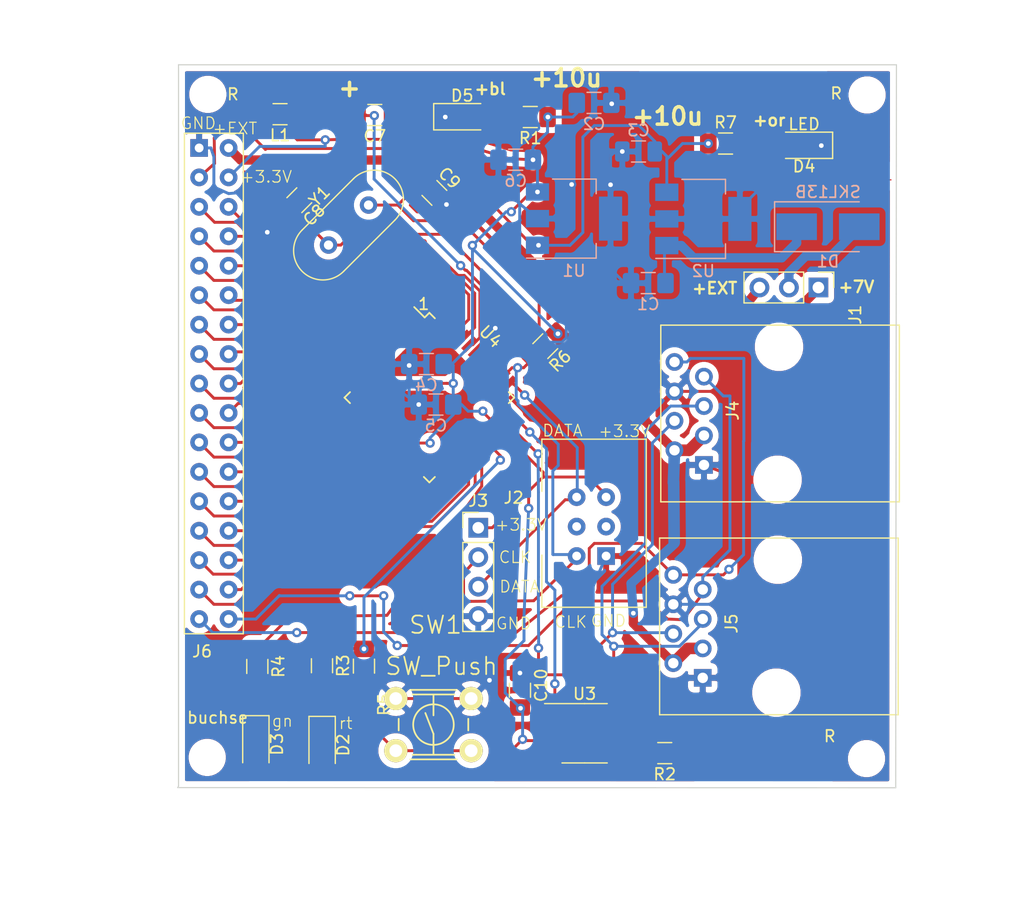
<source format=kicad_pcb>
(kicad_pcb (version 20171130) (host pcbnew 5.1.6-c6e7f7d~87~ubuntu18.04.1)
  (layers (0 F.Cu signal) (31 B.Cu signal) (34 B.Paste user) (35 F.Paste user) (36 B.SilkS user) (37 F.SilkS user) (38 B.Mask user) (39 F.Mask user) (44 Edge.Cuts user))
  (net 0 "")
  (net 1 "Net-(C1-Pad2)")
  (net 2 GND)
  (net 3 +3V3)
  (net 4 +5V)
  (net 5 AVCC)
  (net 6 "Net-(C8-Pad1)")
  (net 7 "Net-(C9-Pad1)")
  (net 8 "Net-(D1-Pad2)")
  (net 9 "Net-(D2-Pad1)")
  (net 10 "Net-(D3-Pad1)")
  (net 11 "Net-(D4-Pad2)")
  (net 12 "Net-(D5-Pad2)")
  (net 13 +V)
  (net 14 +7V)
  (net 15 CANL)
  (net 16 CANH)
  (net 17 DCC_A)
  (net 18 DCC_B)
  (net 19 PC2)
  (net 20 PC0)
  (net 21 PA0)
  (net 22 PA2)
  (net 23 PA6)
  (net 24 PB2)
  (net 25 PA4)
  (net 26 PB0)
  (net 27 PC4)
  (net 28 PC6)
  (net 29 PD4)
  (net 30 PD6)
  (net 31 PD0)
  (net 32 PD2)
  (net 33 PA1)
  (net 34 PA3)
  (net 35 PA5)
  (net 36 PA7)
  (net 37 PB1)
  (net 38 PB3)
  (net 39 PC1)
  (net 40 PC3)
  (net 41 PC5)
  (net 42 PC7)
  (net 43 PD1)
  (net 44 PD3)
  (net 45 PD5)
  (net 46 PD7)
  (net 47 "Net-(R2-Pad2)")
  (net 48 PE1)
  (net 49 PE0)
  (net 50 "Net-(R5-Pad1)")
  (net 51 "Net-(U3-Pad4)")
  (net 52 "Net-(U3-Pad1)")
  (net 53 PDI_DATA)
  (net 54 PDICLK)
  (net 55 "Net-(U3-Pad5)")
  (net 56 "Net-(J2-Pad4)")
  (net 57 "Net-(J2-Pad3)")
  (module sboxnet:8p8c-mebp (layer F.Cu) (at 143.3068 116.967 90)
    (fp_text reference J5 (at 0.24638 -3.87096 90) (layer F.SilkS))
    (fp_text value 8P8C)
    (pad "" np_thru_hole circle (at 5.75 0.12446 90) (size 3.17 3.17) (drill 3.17) (layers *.Cu *.Mask))
    (pad "" np_thru_hole circle (at -5.715 0 90) (size 3.17 3.17) (drill 3.17) (layers *.Cu *.Mask))
    (pad 1 thru_hole rect (at -4.44 -6.35 90) (size 1.524 1.524) (drill oval 0.9) (layers *.Cu *.Mask) (net 2 GND))
    (pad 2 thru_hole circle (at -3.17 -8.89 90) (size 1.524 1.524) (drill 0.9) (layers *.Cu *.Mask) (net 14 +7V))
    (pad 3 thru_hole circle (at -1.9 -6.35 90) (size 1.524 1.524) (drill 0.9) (layers *.Cu *.Mask) (net 14 +7V))
    (pad 4 thru_hole circle (at -0.63 -8.89 90) (size 1.524 1.524) (drill 0.9) (layers *.Cu *.Mask) (net 15 CANL))
    (pad 5 thru_hole circle (at 0.64 -6.35 90) (size 1.524 1.524) (drill 0.9) (layers *.Cu *.Mask) (net 16 CANH))
    (pad 7 thru_hole circle (at 3.18 -6.35 90) (size 1.524 1.524) (drill 0.9) (layers *.Cu *.Mask) (net 17 DCC_A))
    (pad 6 thru_hole circle (at 1.905 -8.89 90) (size 1.524 1.524) (drill 0.9) (layers *.Cu *.Mask) (net 2 GND))
    (pad 8 thru_hole circle (at 4.445 -8.89 90) (size 1.524 1.524) (drill 0.9) (layers *.Cu *.Mask) (net 18 DCC_B))
  )
  (module sboxnet:8p8c-mebp (layer F.Cu) (at 143.41 98.6 90)
    (fp_text reference J4 (at 0.24638 -3.87096 90) (layer F.SilkS))
    (fp_text value 8P8C)
    (pad "" np_thru_hole circle (at 5.75 0.12446 90) (size 3.17 3.17) (drill 3.17) (layers *.Cu *.Mask))
    (pad "" np_thru_hole circle (at -5.715 0 90) (size 3.17 3.17) (drill 3.17) (layers *.Cu *.Mask))
    (pad 1 thru_hole rect (at -4.44 -6.35 90) (size 1.524 1.524) (drill oval 0.9) (layers *.Cu *.Mask) (net 2 GND))
    (pad 2 thru_hole circle (at -3.17 -8.89 90) (size 1.524 1.524) (drill 0.9) (layers *.Cu *.Mask) (net 14 +7V))
    (pad 3 thru_hole circle (at -1.9 -6.35 90) (size 1.524 1.524) (drill 0.9) (layers *.Cu *.Mask) (net 14 +7V))
    (pad 4 thru_hole circle (at -0.63 -8.89 90) (size 1.524 1.524) (drill 0.9) (layers *.Cu *.Mask) (net 15 CANL))
    (pad 5 thru_hole circle (at 0.64 -6.35 90) (size 1.524 1.524) (drill 0.9) (layers *.Cu *.Mask) (net 16 CANH))
    (pad 7 thru_hole circle (at 3.18 -6.35 90) (size 1.524 1.524) (drill 0.9) (layers *.Cu *.Mask) (net 17 DCC_A))
    (pad 6 thru_hole circle (at 1.905 -8.89 90) (size 1.524 1.524) (drill 0.9) (layers *.Cu *.Mask) (net 2 GND))
    (pad 8 thru_hole circle (at 4.445 -8.89 90) (size 1.524 1.524) (drill 0.9) (layers *.Cu *.Mask) (net 18 DCC_B))
  )
  (module Package_QFP:TQFP-44_10x10mm_P0.8mm (layer F.Cu) (at 113.3856 97.2312 315)
    (fp_text reference U4 (at 0 -7.45 135) (layer F.SilkS))
    (fp_text value ATxmega128A4U-AU)
    (pad 44 smd rect (at -4 -5.7 45) (size 1.5 0.55) (layers F.Cu F.Paste F.Mask) (net 25 PA4))
    (pad 43 smd rect (at -3.2 -5.7 45) (size 1.5 0.55) (layers F.Cu F.Paste F.Mask) (net 34 PA3))
    (pad 42 smd rect (at -2.4 -5.7 45) (size 1.5 0.55) (layers F.Cu F.Paste F.Mask) (net 22 PA2))
    (pad 41 smd rect (at -1.6 -5.7 45) (size 1.5 0.55) (layers F.Cu F.Paste F.Mask) (net 33 PA1))
    (pad 40 smd rect (at -0.8 -5.7 45) (size 1.5 0.55) (layers F.Cu F.Paste F.Mask) (net 21 PA0))
    (pad 39 smd rect (at 0 -5.7 45) (size 1.5 0.55) (layers F.Cu F.Paste F.Mask) (net 5 AVCC))
    (pad 38 smd rect (at 0.8 -5.7 45) (size 1.5 0.55) (layers F.Cu F.Paste F.Mask) (net 2 GND))
    (pad 37 smd rect (at 1.6 -5.7 45) (size 1.5 0.55) (layers F.Cu F.Paste F.Mask) (net 6 "Net-(C8-Pad1)"))
    (pad 36 smd rect (at 2.4 -5.7 45) (size 1.5 0.55) (layers F.Cu F.Paste F.Mask) (net 7 "Net-(C9-Pad1)"))
    (pad 35 smd rect (at 3.2 -5.7 45) (size 1.5 0.55) (layers F.Cu F.Paste F.Mask) (net 54 PDICLK))
    (pad 34 smd rect (at 4 -5.7 45) (size 1.5 0.55) (layers F.Cu F.Paste F.Mask) (net 53 PDI_DATA))
    (pad 33 smd rect (at 5.7 -4 315) (size 1.5 0.55) (layers F.Cu F.Paste F.Mask) (net 52 "Net-(U3-Pad1)"))
    (pad 32 smd rect (at 5.7 -3.2 315) (size 1.5 0.55) (layers F.Cu F.Paste F.Mask) (net 51 "Net-(U3-Pad4)"))
    (pad 31 smd rect (at 5.7 -2.4 315) (size 1.5 0.55) (layers F.Cu F.Paste F.Mask) (net 3 +3V3))
    (pad 30 smd rect (at 5.7 -1.6 315) (size 1.5 0.55) (layers F.Cu F.Paste F.Mask) (net 2 GND))
    (pad 29 smd rect (at 5.7 -0.8 315) (size 1.5 0.55) (layers F.Cu F.Paste F.Mask) (net 48 PE1))
    (pad 28 smd rect (at 5.7 0 315) (size 1.5 0.55) (layers F.Cu F.Paste F.Mask) (net 49 PE0))
    (pad 27 smd rect (at 5.7 0.8 315) (size 1.5 0.55) (layers F.Cu F.Paste F.Mask) (net 46 PD7))
    (pad 26 smd rect (at 5.7 1.6 315) (size 1.5 0.55) (layers F.Cu F.Paste F.Mask) (net 30 PD6))
    (pad 25 smd rect (at 5.7 2.4 315) (size 1.5 0.55) (layers F.Cu F.Paste F.Mask) (net 45 PD5))
    (pad 24 smd rect (at 5.7 3.2 315) (size 1.5 0.55) (layers F.Cu F.Paste F.Mask) (net 29 PD4))
    (pad 23 smd rect (at 5.7 4 315) (size 1.5 0.55) (layers F.Cu F.Paste F.Mask) (net 44 PD3))
    (pad 22 smd rect (at 4 5.7 45) (size 1.5 0.55) (layers F.Cu F.Paste F.Mask) (net 32 PD2))
    (pad 21 smd rect (at 3.2 5.7 45) (size 1.5 0.55) (layers F.Cu F.Paste F.Mask) (net 43 PD1))
    (pad 20 smd rect (at 2.4 5.7 45) (size 1.5 0.55) (layers F.Cu F.Paste F.Mask) (net 31 PD0))
    (pad 19 smd rect (at 1.6 5.7 45) (size 1.5 0.55) (layers F.Cu F.Paste F.Mask) (net 3 +3V3))
    (pad 18 smd rect (at 0.8 5.7 45) (size 1.5 0.55) (layers F.Cu F.Paste F.Mask) (net 2 GND))
    (pad 17 smd rect (at 0 5.7 45) (size 1.5 0.55) (layers F.Cu F.Paste F.Mask) (net 42 PC7))
    (pad 16 smd rect (at -0.8 5.7 45) (size 1.5 0.55) (layers F.Cu F.Paste F.Mask) (net 28 PC6))
    (pad 15 smd rect (at -1.6 5.7 45) (size 1.5 0.55) (layers F.Cu F.Paste F.Mask) (net 41 PC5))
    (pad 14 smd rect (at -2.4 5.7 45) (size 1.5 0.55) (layers F.Cu F.Paste F.Mask) (net 27 PC4))
    (pad 13 smd rect (at -3.2 5.7 45) (size 1.5 0.55) (layers F.Cu F.Paste F.Mask) (net 40 PC3))
    (pad 12 smd rect (at -4 5.7 45) (size 1.5 0.55) (layers F.Cu F.Paste F.Mask) (net 19 PC2))
    (pad 11 smd rect (at -5.7 4 315) (size 1.5 0.55) (layers F.Cu F.Paste F.Mask) (net 39 PC1))
    (pad 10 smd rect (at -5.7 3.2 315) (size 1.5 0.55) (layers F.Cu F.Paste F.Mask) (net 20 PC0))
    (pad 9 smd rect (at -5.7 2.4 315) (size 1.5 0.55) (layers F.Cu F.Paste F.Mask) (net 3 +3V3))
    (pad 8 smd rect (at -5.7 1.6 315) (size 1.5 0.55) (layers F.Cu F.Paste F.Mask) (net 2 GND))
    (pad 7 smd rect (at -5.7 0.8 315) (size 1.5 0.55) (layers F.Cu F.Paste F.Mask) (net 38 PB3))
    (pad 6 smd rect (at -5.7 0 315) (size 1.5 0.55) (layers F.Cu F.Paste F.Mask) (net 24 PB2))
    (pad 5 smd rect (at -5.7 -0.8 315) (size 1.5 0.55) (layers F.Cu F.Paste F.Mask) (net 37 PB1))
    (pad 4 smd rect (at -5.7 -1.6 315) (size 1.5 0.55) (layers F.Cu F.Paste F.Mask) (net 26 PB0))
    (pad 3 smd rect (at -5.7 -2.4 315) (size 1.5 0.55) (layers F.Cu F.Paste F.Mask) (net 36 PA7))
    (pad 2 smd rect (at -5.7 -3.2 315) (size 1.5 0.55) (layers F.Cu F.Paste F.Mask) (net 23 PA6))
    (pad 1 smd rect (at -5.7 -4 315) (size 1.5 0.55) (layers F.Cu F.Paste F.Mask) (net 35 PA5))
  )
  (module sboxnet:wannenstecker_gerade_6pin (layer F.Cu) (at 126.0856 105.8164)
    (fp_text reference J2 (at -5.4356 0.0508) (layer F.SilkS))
    (fp_text value Conn_02x03_Odd_Even)
    (pad 6 thru_hole rect (at 2.54 5.08) (size 1.524 1.524) (drill 0.762) (layers *.Cu *.Mask) (net 2 GND))
    (pad 5 thru_hole circle (at 0 5.08) (size 1.524 1.524) (drill 0.762) (layers *.Cu *.Mask) (net 54 PDICLK))
    (pad 4 thru_hole circle (at 2.54 2.54) (size 1.524 1.524) (drill 0.762) (layers *.Cu *.Mask) (net 56 "Net-(J2-Pad4)"))
    (pad 3 thru_hole circle (at 0 2.54) (size 1.524 1.524) (drill 0.762) (layers *.Cu *.Mask) (net 57 "Net-(J2-Pad3)"))
    (pad 2 thru_hole circle (at 2.54 0) (size 1.524 1.524) (drill 0.762) (layers *.Cu *.Mask) (net 3 +3V3))
    (pad 1 thru_hole circle (at 0 0) (size 1.524 1.524) (drill 0.762) (layers *.Cu *.Mask) (net 53 PDI_DATA))
  )
  (module Connector_PinHeader_2.54mm:PinHeader_1x04_P2.54mm_Vertical (layer F.Cu) (at 117.602 108.458)
    (fp_text reference J3 (at 0 -2.33) (layer F.SilkS))
    (fp_text value Conn_01x04_Female)
    (pad 4 thru_hole oval (at 0 7.62) (size 1.7 1.7) (drill 1) (layers *.Cu *.Mask) (net 2 GND))
    (pad 3 thru_hole oval (at 0 5.08) (size 1.7 1.7) (drill 1) (layers *.Cu *.Mask) (net 53 PDI_DATA))
    (pad 2 thru_hole oval (at 0 2.54) (size 1.7 1.7) (drill 1) (layers *.Cu *.Mask) (net 54 PDICLK))
    (pad 1 thru_hole rect (at 0 0) (size 1.7 1.7) (drill 1) (layers *.Cu *.Mask) (net 3 +3V3))
  )
  (module Capacitor_SMD:C_1206_3216Metric_Pad1.42x1.75mm_HandSolder (layer B.Cu) (at 132.2578 87.3506)
    (fp_text reference C1 (at 0 1.82) (layer B.SilkS) (effects (justify mirror)))
    (fp_text value 100n)
    (pad 2 smd roundrect (at 1.4875 0) (size 1.425 1.75) (layers B.Cu B.Paste B.Mask) (roundrect_rratio 0.175439) (net 1 "Net-(C1-Pad2)"))
    (pad 1 smd roundrect (at -1.4875 0) (size 1.425 1.75) (layers B.Cu B.Paste B.Mask) (roundrect_rratio 0.175439) (net 2 GND))
  )
  (module LED_SMD:LED_1206_3216Metric_Pad1.42x1.75mm_HandSolder (layer F.Cu) (at 98.425 127.127 270)
    (fp_text reference D3 (at 0 -1.82 90) (layer F.SilkS))
    (fp_text value LED)
    (pad 2 smd roundrect (at 1.4875 0 270) (size 1.425 1.75) (layers F.Cu F.Paste F.Mask) (roundrect_rratio 0.175439) (net 3 +3V3))
    (pad 1 smd roundrect (at -1.4875 0 270) (size 1.425 1.75) (layers F.Cu F.Paste F.Mask) (roundrect_rratio 0.175439) (net 10 "Net-(D3-Pad1)"))
  )
  (module Capacitor_SMD:C_1206_3216Metric_Pad1.42x1.75mm_HandSolder (layer F.Cu) (at 108.68 72.85 180)
    (fp_text reference C7 (at 0 -1.82) (layer F.SilkS))
    (fp_text value 1u)
    (pad 2 smd roundrect (at 1.4875 0 180) (size 1.425 1.75) (layers F.Cu F.Paste F.Mask) (roundrect_rratio 0.175439) (net 5 AVCC))
    (pad 1 smd roundrect (at -1.4875 0 180) (size 1.425 1.75) (layers F.Cu F.Paste F.Mask) (roundrect_rratio 0.175439) (net 2 GND))
  )
  (module Inductor_SMD:L_1206_3216Metric_Pad1.42x1.75mm_HandSolder (layer F.Cu) (at 100.5125 72.78 180)
    (fp_text reference L1 (at 0 -1.82) (layer F.SilkS))
    (fp_text value "Ferrit 60Ohm")
    (pad 2 smd roundrect (at 1.4875 0 180) (size 1.425 1.75) (layers F.Cu F.Paste F.Mask) (roundrect_rratio 0.175439) (net 3 +3V3))
    (pad 1 smd roundrect (at -1.4875 0 180) (size 1.425 1.75) (layers F.Cu F.Paste F.Mask) (roundrect_rratio 0.175439) (net 5 AVCC))
  )
  (module Connector_PinHeader_2.54mm:PinHeader_1x03_P2.54mm_Vertical (layer F.Cu) (at 146.9263 87.7316 270)
    (fp_text reference J1 (at 2.3495 -3.175 90) (layer F.SilkS))
    (fp_text value Conn_01x03)
    (pad 3 thru_hole oval (at 0 5.08 270) (size 1.7 1.7) (drill 1) (layers *.Cu *.Mask) (net 13 +V))
    (pad 2 thru_hole oval (at 0 2.54 270) (size 1.7 1.7) (drill 1) (layers *.Cu *.Mask) (net 8 "Net-(D1-Pad2)"))
    (pad 1 thru_hole rect (at 0 0 270) (size 1.7 1.7) (drill 1) (layers *.Cu *.Mask) (net 14 +7V))
  )
  (module Resistor_SMD:R_1206_3216Metric_Pad1.42x1.75mm_HandSolder (layer F.Cu) (at 133.68 127.9 180)
    (fp_text reference R2 (at 0 -1.82) (layer F.SilkS))
    (fp_text value 0)
    (pad 2 smd roundrect (at 1.4875 0 180) (size 1.425 1.75) (layers F.Cu F.Paste F.Mask) (roundrect_rratio 0.175439) (net 47 "Net-(R2-Pad2)"))
    (pad 1 smd roundrect (at -1.4875 0 180) (size 1.425 1.75) (layers F.Cu F.Paste F.Mask) (roundrect_rratio 0.175439) (net 2 GND))
  )
  (module MountingHole:MountingHole_2.2mm_M2 (layer F.Cu) (at 94.2848 71.0692)
    (fp_text reference R (at 2.159 0) (layer F.SilkS))
    (fp_text value MH2.2)
    (pad 1 np_thru_hole circle (at 0 0) (size 2.2 2.2) (drill 2.2) (layers *.Cu *.Mask))
  )
  (module MountingHole:MountingHole_2.2mm_M2 (layer F.Cu) (at 94.234 128.27)
    (fp_text reference buchse (at 0.889 -3.429) (layer F.SilkS))
    (fp_text value MH2.2)
    (pad 1 np_thru_hole circle (at 0 0) (size 2.2 2.2) (drill 2.2) (layers *.Cu *.Mask))
  )
  (module MountingHole:MountingHole_2.2mm_M2 (layer F.Cu) (at 151.0792 128.3716)
    (fp_text reference R (at -3.175 -1.9304) (layer F.SilkS))
    (fp_text value " MH2.2")
    (pad 1 np_thru_hole circle (at 0 0) (size 2.2 2.2) (drill 2.2) (layers *.Cu *.Mask))
  )
  (module MountingHole:MountingHole_2.2mm_M2 (layer F.Cu) (at 151.13 71.12)
    (fp_text reference R (at -2.667 -0.127) (layer F.SilkS))
    (fp_text value MH2.2)
    (pad 1 np_thru_hole circle (at 0 0) (size 2.2 2.2) (drill 2.2) (layers *.Cu *.Mask))
  )
  (module Crystal:Crystal_HC49-U_Vertical (layer F.Cu) (at 104.69 84.07 45)
    (fp_text reference Y1 (at 2.44 -3.525 45) (layer F.SilkS))
    (fp_text value 16MHz)
    (pad 2 thru_hole circle (at 4.88 0 45) (size 1.5 1.5) (drill 0.8) (layers *.Cu *.Mask) (net 7 "Net-(C9-Pad1)"))
    (pad 1 thru_hole circle (at 0 0 45) (size 1.5 1.5) (drill 0.8) (layers *.Cu *.Mask) (net 6 "Net-(C8-Pad1)"))
  )
  (module Capacitor_SMD:C_1206_3216Metric_Pad1.42x1.75mm_HandSolder (layer F.Cu) (at 113.82 79.57 315)
    (fp_text reference C9 (at 0 -1.82 135) (layer F.SilkS))
    (fp_text value 15p)
    (pad 2 smd roundrect (at 1.4875 0 315) (size 1.425 1.75) (layers F.Cu F.Paste F.Mask) (roundrect_rratio 0.175439) (net 2 GND))
    (pad 1 smd roundrect (at -1.4875 0 315) (size 1.425 1.75) (layers F.Cu F.Paste F.Mask) (roundrect_rratio 0.175439) (net 7 "Net-(C9-Pad1)"))
  )
  (module Capacitor_SMD:C_1206_3216Metric_Pad1.42x1.75mm_HandSolder (layer F.Cu) (at 102.1715 80.2005 225)
    (fp_text reference C8 (at 0 -1.82 45) (layer F.SilkS))
    (fp_text value 15p)
    (pad 2 smd roundrect (at 1.4875 0 225) (size 1.425 1.75) (layers F.Cu F.Paste F.Mask) (roundrect_rratio 0.175439) (net 2 GND))
    (pad 1 smd roundrect (at -1.4875 0 225) (size 1.425 1.75) (layers F.Cu F.Paste F.Mask) (roundrect_rratio 0.175439) (net 6 "Net-(C8-Pad1)"))
  )
  (module Capacitor_SMD:C_1206_3216Metric_Pad1.42x1.75mm_HandSolder (layer B.Cu) (at 120.8278 76.708)
    (fp_text reference C6 (at 0 1.82) (layer B.SilkS) (effects (justify mirror)))
    (fp_text value 100n)
    (pad 2 smd roundrect (at 1.4875 0) (size 1.425 1.75) (layers B.Cu B.Paste B.Mask) (roundrect_rratio 0.175439) (net 3 +3V3))
    (pad 1 smd roundrect (at -1.4875 0) (size 1.425 1.75) (layers B.Cu B.Paste B.Mask) (roundrect_rratio 0.175439) (net 2 GND))
  )
  (module Diode_SMD:D_SMB_Handsoldering (layer B.Cu) (at 147.75 82.49)
    (fp_text reference D1 (at 0 3) (layer B.SilkS) (effects (justify mirror)))
    (fp_text value SKL13B (at 0 -3) (layer B.SilkS) (effects (justify mirror)))
    (pad 2 smd rect (at 2.7 0) (size 3.5 2.3) (layers B.Cu B.Paste B.Mask) (net 8 "Net-(D1-Pad2)"))
    (pad 1 smd rect (at -2.7 0) (size 3.5 2.3) (layers B.Cu B.Paste B.Mask) (net 1 "Net-(C1-Pad2)"))
  )
  (module Package_TO_SOT_SMD:SOT-223-3_TabPin2 (layer B.Cu) (at 137.0076 81.8134)
    (fp_text reference U2 (at 0 4.5) (layer B.SilkS) (effects (justify mirror)))
    (fp_text value MCP1703A-5002_SOT223)
    (pad 1 smd rect (at -3.15 2.3) (size 2 1.5) (layers B.Cu B.Paste B.Mask) (net 1 "Net-(C1-Pad2)"))
    (pad 3 smd rect (at -3.15 -2.3) (size 2 1.5) (layers B.Cu B.Paste B.Mask) (net 4 +5V))
    (pad 2 smd rect (at -3.15 0) (size 2 1.5) (layers B.Cu B.Paste B.Mask) (net 2 GND))
    (pad 2 smd rect (at 3.15 0) (size 2 3.8) (layers B.Cu B.Paste B.Mask) (net 2 GND))
  )
  (module Package_SO:SOIC-8_3.9x4.9mm_P1.27mm (layer F.Cu) (at 126.7714 126.1872)
    (fp_text reference U3 (at 0 -3.4) (layer F.SilkS))
    (fp_text value SN65HVD230)
    (pad 8 smd roundrect (at 2.475 -1.905) (size 1.95 0.6) (layers F.Cu F.Paste F.Mask) (net 47 "Net-(R2-Pad2)"))
    (pad 7 smd roundrect (at 2.475 -0.635) (size 1.95 0.6) (layers F.Cu F.Paste F.Mask) (net 16 CANH))
    (pad 6 smd roundrect (at 2.475 0.635) (size 1.95 0.6) (layers F.Cu F.Paste F.Mask) (net 15 CANL))
    (pad 5 smd roundrect (at 2.475 1.905) (size 1.95 0.6) (layers F.Cu F.Paste F.Mask) (net 55 "Net-(U3-Pad5)"))
    (pad 4 smd roundrect (at -2.475 1.905) (size 1.95 0.6) (layers F.Cu F.Paste F.Mask) (net 51 "Net-(U3-Pad4)"))
    (pad 3 smd roundrect (at -2.475 0.635) (size 1.95 0.6) (layers F.Cu F.Paste F.Mask) (net 3 +3V3))
    (pad 2 smd roundrect (at -2.475 -0.635) (size 1.95 0.6) (layers F.Cu F.Paste F.Mask) (net 2 GND))
    (pad 1 smd rect (at -2.475 -1.905) (size 1.95 0.6) (layers F.Cu F.Paste F.Mask) (net 52 "Net-(U3-Pad1)"))
  )
  (module Package_TO_SOT_SMD:SOT-223-3_TabPin2 (layer B.Cu) (at 125.857 81.788)
    (fp_text reference U1 (at 0 4.5) (layer B.SilkS) (effects (justify mirror)))
    (fp_text value MCP1703A-3302_SOT223)
    (pad 1 smd rect (at -3.15 2.3) (size 2 1.5) (layers B.Cu B.Paste B.Mask) (net 4 +5V))
    (pad 3 smd rect (at -3.15 -2.3) (size 2 1.5) (layers B.Cu B.Paste B.Mask) (net 3 +3V3))
    (pad 2 smd rect (at -3.15 0) (size 2 1.5) (layers B.Cu B.Paste B.Mask) (net 2 GND))
    (pad 2 smd rect (at 3.15 0) (size 2 3.8) (layers B.Cu B.Paste B.Mask) (net 2 GND))
  )
  (module sboxnet:JTP-1130 (layer F.Cu) (at 113.74 125.44)
    (fp_text reference SW1 (at 0.179 -8.6) (layer F.SilkS) (effects (font (size 1.5 1.5))))
    (fp_text value SW_Push (at 0.687 -5.044) (layer F.SilkS) (effects (font (size 1.5 1.5))))
    (pad 1 thru_hole circle (at 3.25 2.25) (size 2 2) (drill 1.1) (layers *.Cu *.Mask F.SilkS) (net 50 "Net-(R5-Pad1)"))
    (pad 1 thru_hole circle (at -3.25 2.25) (size 2 2) (drill 1.1) (layers *.Cu *.Mask F.SilkS) (net 50 "Net-(R5-Pad1)"))
    (pad 2 thru_hole circle (at 3.25 -2.25) (size 2 2) (drill 1.1) (layers *.Cu *.Mask F.SilkS) (net 2 GND))
    (pad 2 thru_hole circle (at -3.25 -2.25) (size 2 2) (drill 1.1) (layers *.Cu *.Mask F.SilkS) (net 2 GND))
  )
  (module Resistor_SMD:R_1206_3216Metric_Pad1.42x1.75mm_HandSolder (layer F.Cu) (at 138.9237 75.311)
    (fp_text reference R7 (at 0 -1.82) (layer F.SilkS))
    (fp_text value 470)
    (pad 2 smd roundrect (at 1.4875 0) (size 1.425 1.75) (layers F.Cu F.Paste F.Mask) (roundrect_rratio 0.175439) (net 11 "Net-(D4-Pad2)"))
    (pad 1 smd roundrect (at -1.4875 0) (size 1.425 1.75) (layers F.Cu F.Paste F.Mask) (roundrect_rratio 0.175439) (net 4 +5V))
  )
  (module Resistor_SMD:R_1206_3216Metric_Pad1.42x1.75mm_HandSolder (layer F.Cu) (at 123.38 92.79 225)
    (fp_text reference R6 (at 0 -1.82 45) (layer F.SilkS))
    (fp_text value 10k)
    (pad 2 smd roundrect (at 1.4875 0 225) (size 1.425 1.75) (layers F.Cu F.Paste F.Mask) (roundrect_rratio 0.175439) (net 54 PDICLK))
    (pad 1 smd roundrect (at -1.4875 0 225) (size 1.425 1.75) (layers F.Cu F.Paste F.Mask) (roundrect_rratio 0.175439) (net 3 +3V3))
  )
  (module Resistor_SMD:R_1206_3216Metric_Pad1.42x1.75mm_HandSolder (layer F.Cu) (at 107.7468 120.396 90)
    (fp_text reference R5 (at -3.3131 1.7399 90) (layer F.SilkS))
    (fp_text value 1k)
    (pad 2 smd roundrect (at 1.4875 0 90) (size 1.425 1.75) (layers F.Cu F.Paste F.Mask) (roundrect_rratio 0.175439) (net 48 PE1))
    (pad 1 smd roundrect (at -1.4875 0 90) (size 1.425 1.75) (layers F.Cu F.Paste F.Mask) (roundrect_rratio 0.175439) (net 50 "Net-(R5-Pad1)"))
  )
  (module Resistor_SMD:R_1206_3216Metric_Pad1.42x1.75mm_HandSolder (layer F.Cu) (at 98.552 120.423 270)
    (fp_text reference R4 (at 0 -1.82 90) (layer F.SilkS))
    (fp_text value 470)
    (pad 2 smd roundrect (at 1.4875 0 270) (size 1.425 1.75) (layers F.Cu F.Paste F.Mask) (roundrect_rratio 0.175439) (net 10 "Net-(D3-Pad1)"))
    (pad 1 smd roundrect (at -1.4875 0 270) (size 1.425 1.75) (layers F.Cu F.Paste F.Mask) (roundrect_rratio 0.175439) (net 49 PE0))
  )
  (module Resistor_SMD:R_1206_3216Metric_Pad1.42x1.75mm_HandSolder (layer F.Cu) (at 104.1273 120.3595 270)
    (fp_text reference R3 (at 0 -1.82 90) (layer F.SilkS))
    (fp_text value 470)
    (pad 2 smd roundrect (at 1.4875 0 270) (size 1.425 1.75) (layers F.Cu F.Paste F.Mask) (roundrect_rratio 0.175439) (net 9 "Net-(D2-Pad1)"))
    (pad 1 smd roundrect (at -1.4875 0 270) (size 1.425 1.75) (layers F.Cu F.Paste F.Mask) (roundrect_rratio 0.175439) (net 48 PE1))
  )
  (module Resistor_SMD:R_1206_3216Metric_Pad1.42x1.75mm_HandSolder (layer F.Cu) (at 122.0867 73.025 180)
    (fp_text reference R1 (at 0 -1.82) (layer F.SilkS))
    (fp_text value 470)
    (pad 2 smd roundrect (at 1.4875 0 180) (size 1.425 1.75) (layers F.Cu F.Paste F.Mask) (roundrect_rratio 0.175439) (net 12 "Net-(D5-Pad2)"))
    (pad 1 smd roundrect (at -1.4875 0 180) (size 1.425 1.75) (layers F.Cu F.Paste F.Mask) (roundrect_rratio 0.175439) (net 3 +3V3))
  )
  (module sboxnet:sboxnet-buchse-2x17 (layer F.Cu) (at 96.0755 118.872 180)
    (fp_text reference J6 (at 2.286 -0.254) (layer F.SilkS))
    (fp_text value sboxnet-buchse_2x17)
    (pad 19 thru_hole circle (at 0 20.32) (size 1.524 1.524) (drill 0.762) (layers *.Cu *.Mask) (net 19 PC2))
    (pad 33 thru_hole circle (at 0 2.54) (size 1.524 1.524) (drill 0.762) (layers *.Cu *.Mask) (net 17 DCC_A))
    (pad 17 thru_hole circle (at 0 22.86) (size 1.524 1.524) (drill 0.762) (layers *.Cu *.Mask) (net 20 PC0))
    (pad 5 thru_hole circle (at 0 38.1) (size 1.524 1.524) (drill 0.762) (layers *.Cu *.Mask) (net 21 PA0))
    (pad 7 thru_hole circle (at 0 35.56) (size 1.524 1.524) (drill 0.762) (layers *.Cu *.Mask) (net 22 PA2))
    (pad 11 thru_hole circle (at 0 30.48) (size 1.524 1.524) (drill 0.762) (layers *.Cu *.Mask) (net 23 PA6))
    (pad 15 thru_hole circle (at 0 25.4) (size 1.524 1.524) (drill 0.762) (layers *.Cu *.Mask) (net 24 PB2))
    (pad 9 thru_hole circle (at 0 33.02) (size 1.524 1.524) (drill 0.762) (layers *.Cu *.Mask) (net 25 PA4))
    (pad 13 thru_hole circle (at 0 27.94) (size 1.524 1.524) (drill 0.762) (layers *.Cu *.Mask) (net 26 PB0))
    (pad 21 thru_hole circle (at 0 17.78) (size 1.524 1.524) (drill 0.762) (layers *.Cu *.Mask) (net 27 PC4))
    (pad 23 thru_hole circle (at 0 15.24) (size 1.524 1.524) (drill 0.762) (layers *.Cu *.Mask) (net 28 PC6))
    (pad 3 thru_hole circle (at 0 40.64) (size 1.524 1.524) (drill 0.762) (layers *.Cu *.Mask) (net 3 +3V3))
    (pad 29 thru_hole circle (at 0 7.62) (size 1.524 1.524) (drill 0.762) (layers *.Cu *.Mask) (net 29 PD4))
    (pad 31 thru_hole circle (at 0 5.08) (size 1.524 1.524) (drill 0.762) (layers *.Cu *.Mask) (net 30 PD6))
    (pad 25 thru_hole circle (at 0 12.7) (size 1.524 1.524) (drill 0.762) (layers *.Cu *.Mask) (net 31 PD0))
    (pad 27 thru_hole circle (at 0 10.16) (size 1.524 1.524) (drill 0.762) (layers *.Cu *.Mask) (net 32 PD2))
    (pad 1 thru_hole circle (at 0 43.18) (size 1.524 1.524) (drill 0.762) (layers *.Cu *.Mask) (net 13 +V))
    (pad 2 thru_hole rect (at 2.54 43.18) (size 1.524 1.524) (drill 0.762) (layers *.Cu *.Mask) (net 2 GND))
    (pad 4 thru_hole circle (at 2.54 40.64) (size 1.524 1.524) (drill 0.762) (layers *.Cu *.Mask) (net 4 +5V))
    (pad 6 thru_hole circle (at 2.54 38.1) (size 1.524 1.524) (drill 0.762) (layers *.Cu *.Mask) (net 33 PA1))
    (pad 8 thru_hole circle (at 2.54 35.56) (size 1.524 1.524) (drill 0.762) (layers *.Cu *.Mask) (net 34 PA3))
    (pad 10 thru_hole circle (at 2.54 33.02) (size 1.524 1.524) (drill 0.762) (layers *.Cu *.Mask) (net 35 PA5))
    (pad 12 thru_hole circle (at 2.54 30.48) (size 1.524 1.524) (drill 0.762) (layers *.Cu *.Mask) (net 36 PA7))
    (pad 14 thru_hole circle (at 2.54 27.94) (size 1.524 1.524) (drill 0.762) (layers *.Cu *.Mask) (net 37 PB1))
    (pad 16 thru_hole circle (at 2.54 25.4) (size 1.524 1.524) (drill 0.762) (layers *.Cu *.Mask) (net 38 PB3))
    (pad 18 thru_hole circle (at 2.54 22.86) (size 1.524 1.524) (drill 0.762) (layers *.Cu *.Mask) (net 39 PC1))
    (pad 20 thru_hole circle (at 2.54 20.32) (size 1.524 1.524) (drill 0.762) (layers *.Cu *.Mask) (net 40 PC3))
    (pad 22 thru_hole circle (at 2.54 17.78) (size 1.524 1.524) (drill 0.762) (layers *.Cu *.Mask) (net 41 PC5))
    (pad 24 thru_hole circle (at 2.54 15.24) (size 1.524 1.524) (drill 0.762) (layers *.Cu *.Mask) (net 42 PC7))
    (pad 26 thru_hole circle (at 2.54 12.7) (size 1.524 1.524) (drill 0.762) (layers *.Cu *.Mask) (net 43 PD1))
    (pad 28 thru_hole circle (at 2.54 10.16) (size 1.524 1.524) (drill 0.762) (layers *.Cu *.Mask) (net 44 PD3))
    (pad 30 thru_hole circle (at 2.54 7.62) (size 1.524 1.524) (drill 0.762) (layers *.Cu *.Mask) (net 45 PD5))
    (pad 32 thru_hole circle (at 2.54 5.08) (size 1.524 1.524) (drill 0.762) (layers *.Cu *.Mask) (net 46 PD7))
    (pad 34 thru_hole circle (at 2.54 2.54) (size 1.524 1.524) (drill 0.762) (layers *.Cu *.Mask) (net 18 DCC_B))
  )
  (module LED_SMD:LED_1206_3216Metric_Pad1.42x1.75mm_HandSolder (layer F.Cu) (at 116.2177 72.9996)
    (fp_text reference D5 (at 0 -1.82) (layer F.SilkS))
    (fp_text value LED)
    (pad 2 smd roundrect (at 1.4875 0) (size 1.425 1.75) (layers F.Cu F.Paste F.Mask) (roundrect_rratio 0.175439) (net 12 "Net-(D5-Pad2)"))
    (pad 1 smd roundrect (at -1.4875 0) (size 1.425 1.75) (layers F.Cu F.Paste F.Mask) (roundrect_rratio 0.175439) (net 2 GND))
  )
  (module LED_SMD:LED_1206_3216Metric_Pad1.42x1.75mm_HandSolder (layer F.Cu) (at 145.6944 75.4634 180)
    (fp_text reference D4 (at 0 -1.82) (layer F.SilkS))
    (fp_text value LED (at 0 1.82) (layer F.SilkS))
    (pad 2 smd roundrect (at 1.4875 0 180) (size 1.425 1.75) (layers F.Cu F.Paste F.Mask) (roundrect_rratio 0.175439) (net 11 "Net-(D4-Pad2)"))
    (pad 1 smd roundrect (at -1.4875 0 180) (size 1.425 1.75) (layers F.Cu F.Paste F.Mask) (roundrect_rratio 0.175439) (net 2 GND))
  )
  (module LED_SMD:LED_1206_3216Metric_Pad1.42x1.75mm_HandSolder (layer F.Cu) (at 104.14 127.1905 270)
    (fp_text reference D2 (at 0 -1.82 90) (layer F.SilkS))
    (fp_text value LED)
    (pad 2 smd roundrect (at 1.4875 0 270) (size 1.425 1.75) (layers F.Cu F.Paste F.Mask) (roundrect_rratio 0.175439) (net 3 +3V3))
    (pad 1 smd roundrect (at -1.4875 0 270) (size 1.425 1.75) (layers F.Cu F.Paste F.Mask) (roundrect_rratio 0.175439) (net 9 "Net-(D2-Pad1)"))
  )
  (module Capacitor_SMD:C_1206_3216Metric_Pad1.42x1.75mm_HandSolder (layer F.Cu) (at 121.1961 122.4772 270)
    (fp_text reference C10 (at -0.4302 -1.82 90) (layer F.SilkS))
    (fp_text value 100n)
    (pad 2 smd roundrect (at 1.4875 0 270) (size 1.425 1.75) (layers F.Cu F.Paste F.Mask) (roundrect_rratio 0.175439) (net 3 +3V3))
    (pad 1 smd roundrect (at -1.4875 0 270) (size 1.425 1.75) (layers F.Cu F.Paste F.Mask) (roundrect_rratio 0.175439) (net 2 GND))
  )
  (module Capacitor_SMD:C_1206_3216Metric_Pad1.42x1.75mm_HandSolder (layer B.Cu) (at 113.9571 97.8281)
    (fp_text reference C5 (at 0 1.82) (layer B.SilkS) (effects (justify mirror)))
    (fp_text value 100n)
    (pad 2 smd roundrect (at 1.4875 0) (size 1.425 1.75) (layers B.Cu B.Paste B.Mask) (roundrect_rratio 0.175439) (net 3 +3V3))
    (pad 1 smd roundrect (at -1.4875 0) (size 1.425 1.75) (layers B.Cu B.Paste B.Mask) (roundrect_rratio 0.175439) (net 2 GND))
  )
  (module Capacitor_SMD:C_1206_3216Metric_Pad1.42x1.75mm_HandSolder (layer B.Cu) (at 113.1316 94.3356)
    (fp_text reference C4 (at 0 1.82) (layer B.SilkS) (effects (justify mirror)))
    (fp_text value 100n)
    (pad 2 smd roundrect (at 1.4875 0) (size 1.425 1.75) (layers B.Cu B.Paste B.Mask) (roundrect_rratio 0.175439) (net 3 +3V3))
    (pad 1 smd roundrect (at -1.4875 0) (size 1.425 1.75) (layers B.Cu B.Paste B.Mask) (roundrect_rratio 0.175439) (net 2 GND))
  )
  (module Capacitor_SMD:C_1206_3216Metric (layer B.Cu) (at 131.4196 75.9968 180)
    (fp_text reference C3 (at 0 1.82) (layer B.SilkS) (effects (justify mirror)))
    (fp_text value 10u)
    (pad 2 smd roundrect (at 1.4 0 180) (size 1.25 1.75) (layers B.Cu B.Paste B.Mask) (roundrect_rratio 0.2) (net 2 GND))
    (pad 1 smd roundrect (at -1.4 0 180) (size 1.25 1.75) (layers B.Cu B.Paste B.Mask) (roundrect_rratio 0.2) (net 4 +5V))
  )
  (module Capacitor_SMD:C_1206_3216Metric_Pad1.42x1.75mm_HandSolder (layer B.Cu) (at 127.5826 71.8058)
    (fp_text reference C2 (at 0 1.82) (layer B.SilkS) (effects (justify mirror)))
    (fp_text value 10u)
    (pad 2 smd roundrect (at 1.4875 0) (size 1.425 1.75) (layers B.Cu B.Paste B.Mask) (roundrect_rratio 0.175439) (net 2 GND))
    (pad 1 smd roundrect (at -1.4875 0) (size 1.425 1.75) (layers B.Cu B.Paste B.Mask) (roundrect_rratio 0.175439) (net 3 +3V3))
  )
  (gr_text "25.03.2021\n" (at 149.9108 78.0796) (layer F.Cu) (effects (font (size 0.8 0.8) (thickness 0.1))))
  (gr_text "Thomas Maier\ntom@tom.ist-im-web.de" (at 132.08 70.7644) (layer F.Cu) (effects (font (size 0.8 0.8)) (justify left)))
  (gr_text "Sboxnet\nModul V4" (at 142.1892 127.8636) (layer F.Cu) (effects (font (size 1.5 1.5) (thickness 0.3))))
  (gr_line (start 91.694 130.8735) (end 91.7575 130.7465) (layer Edge.Cuts) (width 0.1))
  (gr_line (start 153.5938 130.8862) (end 91.694 130.8735) (layer Edge.Cuts) (width 0.1))
  (gr_line (start 91.7575 68.5165) (end 91.7575 130.7465) (layer Edge.Cuts) (width 0.1))
  (gr_line (start 153.6573 68.5165) (end 91.7575 68.5165) (layer Edge.Cuts) (width 0.1))
  (gr_text DATA (at 124.8664 100.076) (layer F.SilkS) (effects (font (size 1 1) (thickness 0.1))))
  (gr_text CLK (at 125.5776 116.586) (layer F.SilkS) (effects (font (size 1 1) (thickness 0.1))))
  (gr_text GND (at 128.8288 116.4844) (layer F.SilkS) (effects (font (size 1 1) (thickness 0.1))))
  (gr_text +3.3V (at 130.2004 100.1268) (layer F.SilkS) (effects (font (size 1 1) (thickness 0.1))))
  (gr_text +EXT (at 137.9855 87.7951) (layer F.SilkS) (effects (font (size 1 1) (thickness 0.2))))
  (gr_text +7V (at 150.2029 87.6808) (layer F.SilkS) (effects (font (size 1 1) (thickness 0.2))))
  (gr_line (start 153.6573 68.5165) (end 153.5938 130.8862) (layer Edge.Cuts) (width 0.1))
  (gr_text +10u (at 125.2093 69.6595) (layer F.SilkS) (effects (font (size 1.5 1.5) (thickness 0.3))))
  (gr_text +10u (at 133.9215 72.9615) (layer F.SilkS) (effects (font (size 1.5 1.5) (thickness 0.3))))
  (gr_text + (at 106.5022 70.4977) (layer F.SilkS) (effects (font (size 1.5 1.5) (thickness 0.3))))
  (gr_text +3.3V (at 99.314 78.1812) (layer F.SilkS) (effects (font (size 1 1) (thickness 0.1))))
  (gr_text +EXT (at 96.6216 74.0156) (layer F.SilkS) (effects (font (size 1 1) (thickness 0.1))))
  (gr_text GND (at 93.472 73.5584) (layer F.SilkS) (effects (font (size 1 1) (thickness 0.1))))
  (gr_text gn (at 100.711 125.1204) (layer F.SilkS) (effects (font (size 1 1) (thickness 0.1))))
  (gr_text rt (at 106.172 125.3236) (layer F.SilkS) (effects (font (size 1 1) (thickness 0.1))))
  (gr_text +bl (at 118.6307 70.5993) (layer F.SilkS) (effects (font (size 1 1) (thickness 0.2))))
  (gr_text +or (at 142.6845 73.3044) (layer F.SilkS) (effects (font (size 1 1) (thickness 0.2))))
  (gr_text DATA (at 121.158 113.538) (layer F.SilkS) (effects (font (size 1 1) (thickness 0.1))))
  (gr_text CLK (at 120.777 110.998) (layer F.SilkS) (effects (font (size 1 1) (thickness 0.1))))
  (gr_text GND (at 120.65 116.713) (layer F.SilkS) (effects (font (size 1 1) (thickness 0.1))))
  (gr_text +3.3V (at 121.285 108.204) (layer F.SilkS) (effects (font (size 1 1) (thickness 0.1))))
  (gr_text 1 (at 112.903 89.154) (layer F.SilkS) (effects (font (size 1 1))))
  (gr_circle (center 125.095 123.063) (end 125.378981 123.063) (layer F.Cu) (width 0.1))
  (gr_circle (center 125.095 123.063) (end 125.222 123.063) (layer F.Cu) (width 0.15))
  (gr_circle (center 111.887 88.773) (end 112.014 88.773) (layer F.Cu) (width 0.15))
  (gr_circle (center 111.887 88.773) (end 112.170981 88.773) (layer F.Cu) (width 0.1))
  (segment (start 133.6578 84.3132) (end 133.8576 84.1134) (width 0.25) (layer B.Cu) (net 1))
  (segment (start 133.6578 87.3506) (end 133.6578 84.3132) (width 0.25) (layer B.Cu) (net 1))
  (segment (start 145.05 83.89) (end 145.05 82.49) (width 0.8) (layer B.Cu) (net 1))
  (segment (start 143.77 85.17) (end 145.05 83.89) (width 0.8) (layer B.Cu) (net 1))
  (segment (start 136.1642 85.17) (end 143.77 85.17) (width 0.8) (layer B.Cu) (net 1))
  (segment (start 135.1076 84.1134) (end 136.1642 85.17) (width 0.8) (layer B.Cu) (net 1))
  (segment (start 133.8576 84.1134) (end 135.1076 84.1134) (width 0.8) (layer B.Cu) (net 1))
  (via (at 114.86 80.57) (size 0.8) (drill 0.4) (layers F.Cu B.Cu) (net 2))
  (via (at 129.1082 71.882) (size 0.8) (drill 0.4) (layers F.Cu B.Cu) (net 2))
  (via (at 114.7572 73.025) (size 0.8) (drill 0.4) (layers F.Cu B.Cu) (net 2))
  (via (at 147.1803 75.4888) (size 0.8) (drill 0.4) (layers F.Cu B.Cu) (net 2))
  (segment (start 137.9688 121.407) (end 138.8618 120.514) (width 0.25) (layer B.Cu) (net 2))
  (segment (start 136.9568 121.407) (end 137.9688 121.407) (width 0.25) (layer B.Cu) (net 2))
  (segment (start 138.8618 116.623238) (end 138.8872 116.597838) (width 0.25) (layer B.Cu) (net 2))
  (segment (start 138.8618 120.514) (end 138.8618 116.623238) (width 0.25) (layer B.Cu) (net 2))
  (segment (start 138.8872 116.597838) (end 138.8872 115.0112) (width 0.25) (layer B.Cu) (net 2))
  (segment (start 138.8364 115.062) (end 134.4168 115.062) (width 0.25) (layer B.Cu) (net 2))
  (segment (start 138.8872 115.0112) (end 138.8364 115.062) (width 0.25) (layer B.Cu) (net 2))
  (segment (start 133.8576 81.8134) (end 140.1576 81.8134) (width 0.25) (layer B.Cu) (net 2))
  (segment (start 133.8322 81.788) (end 133.8576 81.8134) (width 0.25) (layer B.Cu) (net 2))
  (segment (start 129.007 81.788) (end 133.8322 81.788) (width 0.25) (layer B.Cu) (net 2))
  (segment (start 129.007 76.3844) (end 129.3946 75.9968) (width 0.25) (layer B.Cu) (net 2))
  (segment (start 129.3946 75.9968) (end 130.0196 75.9968) (width 0.25) (layer B.Cu) (net 2))
  (segment (start 129.007 81.788) (end 129.007 78.8666) (width 0.25) (layer B.Cu) (net 2))
  (segment (start 129.007 83.938) (end 128.5494 84.3956) (width 0.25) (layer B.Cu) (net 2))
  (segment (start 129.007 81.788) (end 129.007 83.938) (width 0.25) (layer B.Cu) (net 2))
  (segment (start 130.2328 87.3506) (end 130.8578 87.3506) (width 0.25) (layer B.Cu) (net 2))
  (segment (start 128.5494 85.6672) (end 130.2328 87.3506) (width 0.25) (layer B.Cu) (net 2))
  (segment (start 128.5494 84.3956) (end 128.5494 85.6672) (width 0.25) (layer B.Cu) (net 2))
  (segment (start 119.3403 77.583) (end 119.3038 77.6195) (width 0.25) (layer B.Cu) (net 2))
  (segment (start 119.3403 76.708) (end 119.3403 77.583) (width 0.25) (layer B.Cu) (net 2))
  (segment (start 119.3038 77.6195) (end 119.3038 79.6348) (width 0.25) (layer B.Cu) (net 2))
  (segment (start 129.007 78.8666) (end 129.007 76.3844) (width 0.25) (layer B.Cu) (net 2))
  (via (at 129.007 78.8666) (size 0.8) (drill 0.4) (layers F.Cu B.Cu) (net 2))
  (segment (start 129.007 78.8666) (end 125.7558 78.8666) (width 0.25) (layer F.Cu) (net 2))
  (segment (start 123.957 81.788) (end 125.6538 80.0912) (width 0.25) (layer B.Cu) (net 2))
  (segment (start 122.707 81.788) (end 123.957 81.788) (width 0.25) (layer B.Cu) (net 2))
  (segment (start 125.6538 80.0912) (end 125.6538 78.8416) (width 0.25) (layer B.Cu) (net 2))
  (segment (start 125.6538 78.8416) (end 125.6538 78.8416) (width 0.25) (layer B.Cu) (net 2))
  (via (at 125.6538 78.8416) (size 0.8) (drill 0.4) (layers F.Cu B.Cu) (net 2))
  (segment (start 110.49 123.19) (end 116.99 123.19) (width 0.25) (layer F.Cu) (net 2))
  (segment (start 123.3214 125.5522) (end 124.2964 125.5522) (width 0.25) (layer F.Cu) (net 2))
  (segment (start 119.3522 125.5522) (end 123.3214 125.5522) (width 0.25) (layer F.Cu) (net 2))
  (segment (start 116.99 123.19) (end 119.3522 125.5522) (width 0.25) (layer F.Cu) (net 2))
  (segment (start 140.1576 80.9134) (end 143.855 77.216) (width 0.25) (layer B.Cu) (net 2))
  (segment (start 140.1576 81.8134) (end 140.1576 80.9134) (width 0.25) (layer B.Cu) (net 2))
  (segment (start 143.855 77.216) (end 147.0533 77.216) (width 0.25) (layer B.Cu) (net 2))
  (segment (start 147.1803 77.089) (end 147.1803 75.4888) (width 0.25) (layer B.Cu) (net 2))
  (segment (start 147.0533 77.216) (end 147.1803 77.089) (width 0.25) (layer B.Cu) (net 2))
  (segment (start 118.4402 76.708) (end 119.3403 76.708) (width 0.25) (layer B.Cu) (net 2))
  (segment (start 114.7572 73.025) (end 118.4402 76.708) (width 0.25) (layer B.Cu) (net 2))
  (segment (start 130.0196 75.9968) (end 130.0196 75.9968) (width 0.25) (layer B.Cu) (net 2))
  (via (at 130.0196 75.9968) (size 0.8) (drill 0.4) (layers F.Cu B.Cu) (net 2))
  (segment (start 129.3946 75.9968) (end 130.0196 75.9968) (width 0.25) (layer F.Cu) (net 2))
  (segment (start 129.1082 75.7104) (end 129.3946 75.9968) (width 0.25) (layer F.Cu) (net 2))
  (segment (start 129.1082 71.882) (end 129.1082 75.7104) (width 0.25) (layer F.Cu) (net 2))
  (segment (start 119.1903 120.9897) (end 121.1961 120.9897) (width 0.25) (layer F.Cu) (net 2))
  (segment (start 116.99 123.19) (end 118.566 121.614) (width 0.25) (layer F.Cu) (net 2))
  (segment (start 121.1961 120.9897) (end 121.1961 120.9897) (width 0.25) (layer F.Cu) (net 2))
  (segment (start 111.7571 97.8281) (end 112.4696 97.8281) (width 0.25) (layer B.Cu) (net 2))
  (segment (start 111.6441 97.7151) (end 111.7571 97.8281) (width 0.25) (layer B.Cu) (net 2))
  (segment (start 111.6441 94.3356) (end 111.6441 94.3356) (width 0.25) (layer B.Cu) (net 2))
  (segment (start 111.6441 94.3356) (end 111.6441 94.4559) (width 0.25) (layer B.Cu) (net 2))
  (segment (start 112.4696 97.8281) (end 112.4696 97.8281) (width 0.25) (layer B.Cu) (net 2))
  (segment (start 119.3038 79.6348) (end 121.05 80.25) (width 0.25) (layer B.Cu) (net 2))
  (segment (start 112.4696 97.8281) (end 112.4696 97.8281) (width 0.25) (layer B.Cu) (net 2))
  (via (at 112.4696 97.8281) (size 0.8) (drill 0.4) (layers F.Cu B.Cu) (net 2))
  (segment (start 112.4696 98.7031) (end 113.1165 99.35) (width 0.25) (layer F.Cu) (net 2))
  (segment (start 112.4696 97.8281) (end 112.4696 98.7031) (width 0.25) (layer F.Cu) (net 2))
  (segment (start 118.097471 99.897471) (end 118.097471 99.988556) (width 0.25) (layer F.Cu) (net 2))
  (segment (start 117.55 99.35) (end 118.097471 99.897471) (width 0.25) (layer F.Cu) (net 2))
  (segment (start 112.423571 99.35) (end 113.1165 99.35) (width 0.25) (layer F.Cu) (net 2))
  (segment (start 109.920777 101.852794) (end 112.423571 99.35) (width 0.25) (layer F.Cu) (net 2))
  (segment (start 117.497686 94.275885) (end 117.981794 93.791777) (width 0.25) (layer F.Cu) (net 2))
  (segment (start 117.497686 94.802314) (end 117.497686 94.275885) (width 0.25) (layer F.Cu) (net 2))
  (segment (start 117.05 95.25) (end 117.497686 94.802314) (width 0.25) (layer F.Cu) (net 2))
  (segment (start 117.05 99.35) (end 117.05 95.25) (width 0.25) (layer F.Cu) (net 2))
  (segment (start 117.05 99.35) (end 117.55 99.35) (width 0.25) (layer F.Cu) (net 2))
  (segment (start 113.1165 99.35) (end 117.05 99.35) (width 0.25) (layer F.Cu) (net 2))
  (segment (start 111.6441 94.4559) (end 111.6441 97.7151) (width 0.25) (layer B.Cu) (net 2))
  (via (at 111.6441 94.4559) (size 0.8) (drill 0.4) (layers F.Cu B.Cu) (net 2))
  (segment (start 108.22372 94.357462) (end 108.22372 94.37372) (width 0.25) (layer F.Cu) (net 2))
  (segment (start 111.244101 94.855899) (end 111.6441 94.4559) (width 0.25) (layer F.Cu) (net 2))
  (segment (start 108.705899 94.855899) (end 111.244101 94.855899) (width 0.25) (layer F.Cu) (net 2))
  (segment (start 108.22372 94.37372) (end 108.705899 94.855899) (width 0.25) (layer F.Cu) (net 2))
  (segment (start 121.1961 120.9897) (end 121.1961 120.9897) (width 0.25) (layer F.Cu) (net 2))
  (via (at 121.1961 120.9897) (size 0.8) (drill 0.4) (layers F.Cu B.Cu) (net 2))
  (segment (start 116.059999 80.969999) (end 117 81.91) (width 0.25) (layer B.Cu) (net 2))
  (segment (start 115.259999 80.969999) (end 116.059999 80.969999) (width 0.25) (layer B.Cu) (net 2))
  (segment (start 114.86 80.57) (end 115.259999 80.969999) (width 0.25) (layer B.Cu) (net 2))
  (segment (start 117 81.91) (end 119.3038 79.6348) (width 0.25) (layer B.Cu) (net 2))
  (segment (start 117.981794 93.791777) (end 119.07 92.703571) (width 0.25) (layer F.Cu) (net 2))
  (segment (start 119.07 92.703571) (end 119.07 91.24) (width 0.25) (layer F.Cu) (net 2))
  (segment (start 119.07 91.24) (end 119.07 91.24) (width 0.25) (layer F.Cu) (net 2))
  (via (at 119.07 91.24) (size 0.8) (drill 0.4) (layers F.Cu B.Cu) (net 2))
  (segment (start 121.175001 84.891003) (end 121.175001 80.525001) (width 0.25) (layer B.Cu) (net 2))
  (segment (start 121.175001 80.525001) (end 121.07 80.42) (width 0.25) (layer B.Cu) (net 2))
  (segment (start 125.195001 88.911003) (end 121.175001 84.891003) (width 0.25) (layer B.Cu) (net 2))
  (segment (start 125.195001 92.068001) (end 125.195001 88.911003) (width 0.25) (layer B.Cu) (net 2))
  (segment (start 120.275001 92.445001) (end 124.818001 92.445001) (width 0.25) (layer B.Cu) (net 2))
  (segment (start 124.818001 92.445001) (end 125.195001 92.068001) (width 0.25) (layer B.Cu) (net 2))
  (segment (start 119.07 91.24) (end 120.275001 92.445001) (width 0.25) (layer B.Cu) (net 2))
  (segment (start 121.07 80.42) (end 122.707 81.788) (width 0.25) (layer B.Cu) (net 2))
  (segment (start 121.05 80.25) (end 121.07 80.42) (width 0.25) (layer B.Cu) (net 2))
  (segment (start 129.4892 93.8276) (end 134.52 96.695) (width 0.25) (layer B.Cu) (net 2))
  (segment (start 129.4892 92.8878) (end 129.4892 93.8276) (width 0.25) (layer B.Cu) (net 2))
  (segment (start 130.8578 87.3506) (end 130.8578 91.5192) (width 0.25) (layer B.Cu) (net 2))
  (segment (start 130.8578 91.5192) (end 129.4892 92.8878) (width 0.25) (layer B.Cu) (net 2))
  (segment (start 140.0175 97.8281) (end 139.98 96.83) (width 0.25) (layer F.Cu) (net 2))
  (segment (start 140.0175 104.3813) (end 140.0175 97.8281) (width 0.25) (layer F.Cu) (net 2))
  (segment (start 139.98 96.83) (end 139.98 96.64) (width 0.25) (layer F.Cu) (net 2))
  (segment (start 139.925 96.695) (end 134.52 96.695) (width 0.25) (layer F.Cu) (net 2))
  (segment (start 139.98 96.64) (end 139.925 96.695) (width 0.25) (layer F.Cu) (net 2))
  (segment (start 139.9617 104.1731) (end 137.06 103.04) (width 0.25) (layer F.Cu) (net 2))
  (segment (start 140.0175 104.3813) (end 140.0175 104.2289) (width 0.25) (layer F.Cu) (net 2))
  (segment (start 140.0175 104.2289) (end 139.9617 104.1731) (width 0.25) (layer F.Cu) (net 2))
  (segment (start 140.0175 104.5337) (end 140.0175 104.3813) (width 0.25) (layer F.Cu) (net 2))
  (segment (start 137.9688 121.407) (end 138.1008 121.539) (width 0.25) (layer F.Cu) (net 2))
  (segment (start 136.9568 121.407) (end 137.9688 121.407) (width 0.25) (layer F.Cu) (net 2))
  (segment (start 140.03 104.73) (end 140.0175 104.5337) (width 0.25) (layer F.Cu) (net 2))
  (segment (start 138.1008 121.539) (end 139.8016 121.539) (width 0.25) (layer F.Cu) (net 2))
  (segment (start 139.8016 121.539) (end 140.1064 121.2342) (width 0.25) (layer F.Cu) (net 2))
  (segment (start 140.1064 121.2342) (end 140.03 104.73) (width 0.25) (layer F.Cu) (net 2))
  (segment (start 134.6575 127.75) (end 135.37 127.75) (width 0.25) (layer F.Cu) (net 2))
  (segment (start 135.1675 127.9) (end 135.1675 124.7125) (width 0.25) (layer F.Cu) (net 2))
  (segment (start 135.1675 124.7125) (end 136.97 122.91) (width 0.25) (layer F.Cu) (net 2))
  (segment (start 136.9568 122.8968) (end 136.9568 121.407) (width 0.25) (layer F.Cu) (net 2))
  (segment (start 136.97 122.91) (end 136.9568 122.8968) (width 0.25) (layer F.Cu) (net 2))
  (segment (start 114.6159 72.8853) (end 114.7302 72.9996) (width 0.25) (layer F.Cu) (net 2))
  (segment (start 110.9153 72.8853) (end 114.6159 72.8853) (width 0.25) (layer F.Cu) (net 2))
  (segment (start 110.88 72.85) (end 110.9153 72.8853) (width 0.25) (layer F.Cu) (net 2))
  (segment (start 110.1675 72.85) (end 110.88 72.85) (width 0.25) (layer F.Cu) (net 2))
  (segment (start 132.2324 112.8776) (end 134.4168 115.062) (width 0.25) (layer F.Cu) (net 2))
  (segment (start 132.2324 111.9759) (end 132.2324 112.8776) (width 0.25) (layer F.Cu) (net 2))
  (segment (start 131.7498 111.4933) (end 132.2324 111.9759) (width 0.25) (layer F.Cu) (net 2))
  (segment (start 128.6764 110.7694) (end 131.7498 111.4933) (width 0.25) (layer F.Cu) (net 2))
  (segment (start 117.602 116.078) (end 117.602 120.65) (width 0.25) (layer B.Cu) (net 2))
  (segment (start 117.602 120.65) (end 118.491 121.539) (width 0.25) (layer B.Cu) (net 2))
  (segment (start 118.566 121.614) (end 119.1903 120.9897) (width 0.25) (layer F.Cu) (net 2))
  (via (at 118.566 121.614) (size 0.8) (drill 0.4) (layers F.Cu B.Cu) (net 2))
  (segment (start 99.40925 82.96275) (end 110.62825 96.52) (width 0.25) (layer B.Cu) (net 2))
  (via (at 99.40925 82.96275) (size 0.8) (drill 0.4) (layers F.Cu B.Cu) (net 2))
  (segment (start 110.62825 96.52) (end 112.4696 97.8281) (width 0.25) (layer B.Cu) (net 2))
  (segment (start 99.40925 82.96275) (end 99.3265 83.0455) (width 0.25) (layer F.Cu) (net 2))
  (segment (start 99.3265 83.0455) (end 101.119679 81.252321) (width 0.25) (layer F.Cu) (net 2))
  (segment (start 99.40925 82.496988) (end 99.40925 82.96275) (width 0.25) (layer B.Cu) (net 2))
  (segment (start 94.5475 75.692) (end 94.8055 76.454) (width 0.25) (layer B.Cu) (net 2))
  (segment (start 93.5355 75.692) (end 94.5475 75.692) (width 0.25) (layer B.Cu) (net 2))
  (segment (start 94.8055 76.454) (end 94.8055 79.0575) (width 0.25) (layer B.Cu) (net 2))
  (segment (start 94.8055 79.0575) (end 96.0755 79.629) (width 0.25) (layer B.Cu) (net 2))
  (segment (start 96.0755 79.629) (end 96.774 79.5655) (width 0.25) (layer B.Cu) (net 2))
  (segment (start 96.774 79.5655) (end 99.40925 82.496988) (width 0.25) (layer B.Cu) (net 2))
  (segment (start 126.8984 114.943281) (end 128.6764 110.7694) (width 0.25) (layer B.Cu) (net 2))
  (segment (start 122.0711 120.9897) (end 122.8217 122.1359) (width 0.25) (layer B.Cu) (net 2))
  (segment (start 121.1961 120.9897) (end 122.0711 120.9897) (width 0.25) (layer B.Cu) (net 2))
  (segment (start 123.19 122.8725) (end 124.3965 122.8725) (width 0.25) (layer B.Cu) (net 2))
  (segment (start 124.3965 122.8725) (end 126.8984 120.654602) (width 0.25) (layer B.Cu) (net 2))
  (segment (start 122.8217 122.1359) (end 123.19 122.8725) (width 0.25) (layer B.Cu) (net 2))
  (segment (start 126.8984 120.654602) (end 126.8984 114.943281) (width 0.25) (layer B.Cu) (net 2))
  (via (at 124.47 91.72) (size 0.8) (drill 0.4) (layers F.Cu B.Cu) (net 3))
  (via (at 117.1 84.1) (size 0.8) (drill 0.4) (layers F.Cu B.Cu) (net 3))
  (segment (start 122.707 77.0997) (end 122.32085 76.71355) (width 0.25) (layer B.Cu) (net 3))
  (segment (start 122.707 79.488) (end 122.707 79.488) (width 0.25) (layer B.Cu) (net 3))
  (segment (start 118.3751 129.7575) (end 121.4247 126.7079) (width 0.25) (layer F.Cu) (net 3))
  (segment (start 121.539 126.8222) (end 124.2964 126.8222) (width 0.25) (layer F.Cu) (net 3))
  (segment (start 121.4247 126.7079) (end 121.45645 126.73965) (width 0.25) (layer F.Cu) (net 3))
  (segment (start 122.3153 76.708) (end 122.3153 75.5888) (width 0.25) (layer B.Cu) (net 3))
  (segment (start 123.5742 74.3299) (end 123.5742 73.025) (width 0.25) (layer B.Cu) (net 3))
  (segment (start 122.3153 75.5888) (end 123.5742 74.3299) (width 0.25) (layer B.Cu) (net 3))
  (segment (start 126.0951 72.6808) (end 126.0951 71.8058) (width 0.25) (layer B.Cu) (net 3))
  (segment (start 125.7509 73.025) (end 126.0951 72.6808) (width 0.25) (layer B.Cu) (net 3))
  (segment (start 123.5742 73.025) (end 123.605 73.025) (width 0.25) (layer B.Cu) (net 3))
  (segment (start 122.32085 76.71355) (end 122.3153 76.708) (width 0.25) (layer B.Cu) (net 3))
  (via (at 122.32085 76.71355) (size 0.8) (drill 0.4) (layers F.Cu B.Cu) (net 3))
  (segment (start 121.45645 126.73965) (end 121.539 126.8222) (width 0.25) (layer F.Cu) (net 3))
  (segment (start 121.2469 124.0282) (end 121.2596 124.0409) (width 0.25) (layer B.Cu) (net 3))
  (via (at 121.2469 124.0282) (size 0.8) (drill 0.4) (layers F.Cu B.Cu) (net 3))
  (segment (start 121.4247 126.7079) (end 121.4247 126.7079) (width 0.25) (layer F.Cu) (net 3))
  (via (at 121.4247 126.7079) (size 0.8) (drill 0.4) (layers F.Cu B.Cu) (net 3))
  (segment (start 121.4247 124.206) (end 121.2469 124.0282) (width 0.25) (layer B.Cu) (net 3))
  (segment (start 121.4247 126.7079) (end 121.4247 124.206) (width 0.25) (layer B.Cu) (net 3))
  (segment (start 115.4446 94.4486) (end 115.3316 94.3356) (width 0.25) (layer B.Cu) (net 3))
  (segment (start 115.4446 97.8281) (end 115.4446 96.0054) (width 0.25) (layer B.Cu) (net 3))
  (via (at 104.40645 74.99355) (size 0.8) (drill 0.4) (layers F.Cu B.Cu) (net 3))
  (segment (start 117.1 84.1) (end 120 81.2) (width 0.25) (layer B.Cu) (net 3))
  (segment (start 120 81.2) (end 120.45 81.2) (width 0.25) (layer B.Cu) (net 3))
  (segment (start 120.45 81.2) (end 120.45 81.2) (width 0.25) (layer B.Cu) (net 3))
  (via (at 120.45 81.2) (size 0.8) (drill 0.4) (layers F.Cu B.Cu) (net 3))
  (segment (start 122.707 79.488) (end 122.707 77.0997) (width 0.25) (layer B.Cu) (net 3))
  (via (at 122.707 79.488) (size 0.8) (drill 0.4) (layers F.Cu B.Cu) (net 3))
  (segment (start 122.162 79.488) (end 122.707 79.488) (width 0.25) (layer F.Cu) (net 3))
  (segment (start 120.45 81.2) (end 122.162 79.488) (width 0.25) (layer F.Cu) (net 3))
  (segment (start 116.1571 97.8281) (end 116.729 98.4) (width 0.25) (layer B.Cu) (net 3))
  (segment (start 115.4446 97.8281) (end 116.1571 97.8281) (width 0.25) (layer B.Cu) (net 3))
  (segment (start 116.729 98.4) (end 118 98.4) (width 0.25) (layer B.Cu) (net 3))
  (segment (start 118 98.4) (end 118 98.4) (width 0.25) (layer B.Cu) (net 3))
  (via (at 118 98.4) (size 0.8) (drill 0.4) (layers F.Cu B.Cu) (net 3))
  (segment (start 118 98.476887) (end 119.113165 99.590052) (width 0.25) (layer F.Cu) (net 3))
  (segment (start 118 98.4) (end 118 98.476887) (width 0.25) (layer F.Cu) (net 3))
  (segment (start 115.4446 98.7031) (end 113.45 100.6977) (width 0.25) (layer B.Cu) (net 3))
  (segment (start 115.4446 97.8281) (end 115.4446 98.7031) (width 0.25) (layer B.Cu) (net 3))
  (segment (start 113.45 100.6977) (end 113.45 101.15) (width 0.25) (layer B.Cu) (net 3))
  (segment (start 113.45 101.15) (end 113.45 101.15) (width 0.25) (layer B.Cu) (net 3))
  (via (at 113.45 101.15) (size 0.8) (drill 0.4) (layers F.Cu B.Cu) (net 3))
  (segment (start 111.754942 101.15) (end 113.45 101.15) (width 0.25) (layer F.Cu) (net 3))
  (segment (start 110.486462 102.41848) (end 111.754942 101.15) (width 0.25) (layer F.Cu) (net 3))
  (segment (start 117.1 84.665685) (end 117.1 84.1) (width 0.25) (layer B.Cu) (net 3))
  (segment (start 117.1 92.5672) (end 117.1 84.665685) (width 0.25) (layer B.Cu) (net 3))
  (segment (start 115.3316 94.3356) (end 117.1 92.5672) (width 0.25) (layer B.Cu) (net 3))
  (segment (start 114.6191 94.3356) (end 115.3316 94.3356) (width 0.25) (layer B.Cu) (net 3))
  (segment (start 115.4446 96.0054) (end 115.4446 94.4486) (width 0.25) (layer B.Cu) (net 3))
  (via (at 115.4446 96.0054) (size 0.8) (drill 0.4) (layers F.Cu B.Cu) (net 3))
  (segment (start 114.878915 96.0054) (end 114.873515 96) (width 0.25) (layer F.Cu) (net 3))
  (segment (start 115.4446 96.0054) (end 114.878915 96.0054) (width 0.25) (layer F.Cu) (net 3))
  (segment (start 108.734887 96) (end 107.658035 94.923148) (width 0.25) (layer F.Cu) (net 3))
  (segment (start 114.873515 96) (end 108.734887 96) (width 0.25) (layer F.Cu) (net 3))
  (segment (start 117.1 84.35) (end 117.1 84.1) (width 0.25) (layer B.Cu) (net 3))
  (segment (start 124.47 91.72) (end 117.1 84.35) (width 0.25) (layer B.Cu) (net 3))
  (segment (start 123.2 103.676887) (end 123.2 104.08) (width 0.25) (layer F.Cu) (net 3))
  (segment (start 119.113165 99.590052) (end 123.2 103.676887) (width 0.25) (layer F.Cu) (net 3))
  (segment (start 99.7375 72.78) (end 99.025 72.78) (width 0.25) (layer F.Cu) (net 3))
  (segment (start 99.78791 72.78) (end 99.7375 72.78) (width 0.25) (layer F.Cu) (net 3))
  (segment (start 102.00146 74.99355) (end 99.78791 72.78) (width 0.25) (layer F.Cu) (net 3))
  (segment (start 104.40645 74.99355) (end 102.00146 74.99355) (width 0.25) (layer F.Cu) (net 3))
  (segment (start 123.605 73.025) (end 125.7509 73.025) (width 0.25) (layer B.Cu) (net 3))
  (via (at 123.605 73.025) (size 0.8) (drill 0.4) (layers F.Cu B.Cu) (net 3))
  (segment (start 104.40645 74.99355) (end 104.40645 75.559235) (width 0.25) (layer B.Cu) (net 3))
  (segment (start 105.6894 74.9554) (end 104.40645 74.99355) (width 0.25) (layer F.Cu) (net 3))
  (segment (start 114.7318 74.93) (end 105.6894 74.9554) (width 0.25) (layer F.Cu) (net 3))
  (segment (start 122.32085 76.71355) (end 120.276796 76.614196) (width 0.25) (layer F.Cu) (net 3))
  (segment (start 120.276796 76.614196) (end 114.7318 74.93) (width 0.25) (layer F.Cu) (net 3))
  (segment (start 127.067 104.08) (end 128.6764 105.6894) (width 0.25) (layer F.Cu) (net 3))
  (segment (start 123.2 104.08) (end 127.067 104.08) (width 0.25) (layer F.Cu) (net 3))
  (segment (start 118.799822 108.458) (end 122.137911 105.119911) (width 0.25) (layer F.Cu) (net 3))
  (segment (start 117.602 108.458) (end 118.799822 108.458) (width 0.25) (layer F.Cu) (net 3))
  (segment (start 123.2 104.08) (end 122.137911 105.119911) (width 0.25) (layer F.Cu) (net 3))
  (segment (start 119.9261 122.7074) (end 121.2469 124.0282) (width 0.25) (layer B.Cu) (net 3))
  (segment (start 121.9454 106.7816) (end 121.9454 105.3084) (width 0.25) (layer F.Cu) (net 3))
  (via (at 121.9454 106.7816) (size 0.8) (drill 0.4) (layers F.Cu B.Cu) (net 3))
  (segment (start 121.9454 106.7816) (end 121.545401 116.109699) (width 0.25) (layer B.Cu) (net 3))
  (segment (start 119.9261 119.8118) (end 119.9261 122.7074) (width 0.25) (layer B.Cu) (net 3))
  (segment (start 121.9454 105.3084) (end 122.137911 105.119911) (width 0.25) (layer F.Cu) (net 3))
  (segment (start 121.545401 116.109699) (end 121.545401 118.192499) (width 0.25) (layer B.Cu) (net 3))
  (segment (start 121.545401 118.192499) (end 119.9261 119.8118) (width 0.25) (layer B.Cu) (net 3))
  (segment (start 98.748265 75.559235) (end 96.0755 78.232) (width 0.25) (layer B.Cu) (net 3))
  (segment (start 104.40645 75.559235) (end 98.748265 75.559235) (width 0.25) (layer B.Cu) (net 3))
  (segment (start 98.5012 128.6907) (end 98.425 128.6145) (width 0.25) (layer F.Cu) (net 3))
  (segment (start 98.5012 129.8083) (end 98.5012 128.6907) (width 0.25) (layer F.Cu) (net 3))
  (segment (start 104.14 128.678) (end 104.14 129.5305) (width 0.25) (layer F.Cu) (net 3))
  (segment (start 104.14 129.5305) (end 104.367 129.7575) (width 0.25) (layer F.Cu) (net 3))
  (segment (start 104.367 129.7575) (end 118.3751 129.7575) (width 0.25) (layer F.Cu) (net 3))
  (segment (start 104.3162 129.8083) (end 104.367 129.7575) (width 0.25) (layer F.Cu) (net 3))
  (segment (start 98.5012 129.8083) (end 104.3162 129.8083) (width 0.25) (layer F.Cu) (net 3))
  (segment (start 133.4446 75.9968) (end 132.8196 75.9968) (width 0.25) (layer B.Cu) (net 4))
  (segment (start 133.8576 76.4098) (end 133.4446 75.9968) (width 0.25) (layer B.Cu) (net 4))
  (segment (start 125.5014 84.0994) (end 125.49 84.088) (width 0.25) (layer B.Cu) (net 4))
  (segment (start 132.8196 75.1218) (end 131.4594 73.7616) (width 0.25) (layer B.Cu) (net 4))
  (segment (start 125.49 84.088) (end 122.795 84.088) (width 0.25) (layer B.Cu) (net 4))
  (segment (start 131.4594 73.7616) (end 127.6096 73.7616) (width 0.25) (layer B.Cu) (net 4))
  (segment (start 132.8196 75.9968) (end 132.8196 75.1218) (width 0.25) (layer B.Cu) (net 4))
  (segment (start 127.6096 73.7616) (end 126.619 74.7522) (width 0.25) (layer B.Cu) (net 4))
  (segment (start 126.619 74.7522) (end 126.619 82.9818) (width 0.25) (layer B.Cu) (net 4))
  (segment (start 126.619 82.9818) (end 125.5014 84.0994) (width 0.25) (layer B.Cu) (net 4))
  (segment (start 135.2169 75.311) (end 137.4362 75.311) (width 0.25) (layer B.Cu) (net 4))
  (segment (start 133.8576 76.6703) (end 135.2169 75.311) (width 0.25) (layer B.Cu) (net 4))
  (segment (start 133.8576 76.6703) (end 133.8576 76.4098) (width 0.25) (layer B.Cu) (net 4))
  (segment (start 133.8576 79.5134) (end 133.8576 76.6703) (width 0.25) (layer B.Cu) (net 4))
  (segment (start 122.795 84.088) (end 122.707 84.088) (width 0.25) (layer B.Cu) (net 4))
  (segment (start 122.795 84.088) (end 122.795 84.088) (width 0.25) (layer B.Cu) (net 4))
  (via (at 122.795 84.088) (size 0.8) (drill 0.4) (layers F.Cu B.Cu) (net 4))
  (segment (start 137.4362 75.311) (end 137.4362 75.311) (width 0.25) (layer B.Cu) (net 4))
  (via (at 137.4362 75.311) (size 0.8) (drill 0.4) (layers F.Cu B.Cu) (net 4))
  (segment (start 122.229315 84.088) (end 122.795 84.088) (width 0.25) (layer F.Cu) (net 4))
  (segment (start 111.0996 75.7428) (end 114.4651 76.0476) (width 0.25) (layer F.Cu) (net 4))
  (segment (start 114.4651 76.0476) (end 122.229315 84.088) (width 0.25) (layer F.Cu) (net 4))
  (segment (start 94.83725 74.83475) (end 95.8215 73.8505) (width 0.25) (layer F.Cu) (net 4))
  (segment (start 93.5355 78.232) (end 94.869 77.0255) (width 0.25) (layer F.Cu) (net 4))
  (segment (start 94.869 77.0255) (end 94.83725 74.83475) (width 0.25) (layer F.Cu) (net 4))
  (segment (start 95.8215 73.8505) (end 97.282 73.8505) (width 0.25) (layer F.Cu) (net 4))
  (segment (start 97.282 73.8505) (end 99.2505 75.819) (width 0.25) (layer F.Cu) (net 4))
  (segment (start 99.3267 75.7428) (end 111.0996 75.7428) (width 0.25) (layer F.Cu) (net 4))
  (segment (start 99.2505 75.819) (end 99.3267 75.7428) (width 0.25) (layer F.Cu) (net 4))
  (segment (start 117.416109 93.226091) (end 117.441509 93.226091) (width 0.25) (layer F.Cu) (net 5))
  (segment (start 108.6231 72.8853) (end 108.6231 78.3831) (width 0.25) (layer B.Cu) (net 5))
  (segment (start 108.6231 78.3831) (end 116.08 85.84) (width 0.25) (layer B.Cu) (net 5))
  (segment (start 116.08 85.84) (end 116.08 85.84) (width 0.25) (layer B.Cu) (net 5))
  (via (at 116.08 85.84) (size 0.8) (drill 0.4) (layers F.Cu B.Cu) (net 5))
  (segment (start 116.479999 86.239999) (end 116.579999 86.239999) (width 0.25) (layer F.Cu) (net 5))
  (segment (start 116.08 85.84) (end 116.479999 86.239999) (width 0.25) (layer F.Cu) (net 5))
  (segment (start 116.579999 86.239999) (end 119.24 88.9) (width 0.25) (layer F.Cu) (net 5))
  (segment (start 118.192708 92.449492) (end 117.416109 93.226091) (width 0.25) (layer F.Cu) (net 5))
  (segment (start 118.192708 89.947292) (end 118.192708 92.449492) (width 0.25) (layer F.Cu) (net 5))
  (segment (start 119.24 88.9) (end 118.192708 89.947292) (width 0.25) (layer F.Cu) (net 5))
  (segment (start 107.1225 72.78) (end 107.1925 72.85) (width 0.25) (layer F.Cu) (net 5))
  (segment (start 102 72.78) (end 107.1225 72.78) (width 0.25) (layer F.Cu) (net 5))
  (segment (start 107.905 72.85) (end 107.955 72.9) (width 0.25) (layer F.Cu) (net 5))
  (segment (start 107.1925 72.85) (end 107.905 72.85) (width 0.25) (layer F.Cu) (net 5))
  (segment (start 107.955 72.9) (end 108.64 72.9) (width 0.25) (layer F.Cu) (net 5))
  (segment (start 108.64 72.9) (end 108.64 72.9) (width 0.25) (layer F.Cu) (net 5))
  (via (at 108.64 72.9) (size 0.8) (drill 0.4) (layers F.Cu B.Cu) (net 5))
  (segment (start 105.75066 84.07) (end 106.68066 83.14) (width 0.25) (layer F.Cu) (net 6))
  (segment (start 104.69 84.07) (end 105.75066 84.07) (width 0.25) (layer F.Cu) (net 6))
  (segment (start 106.68066 83.14) (end 114.71 83.14) (width 0.25) (layer F.Cu) (net 6))
  (segment (start 114.71 83.14) (end 122.18 90.61) (width 0.25) (layer F.Cu) (net 6))
  (segment (start 118.54748 94.24252) (end 118.54748 94.357462) (width 0.25) (layer F.Cu) (net 6))
  (segment (start 122.18 90.61) (end 118.54748 94.24252) (width 0.25) (layer F.Cu) (net 6))
  (segment (start 103.223321 82.603321) (end 104.69 84.07) (width 0.25) (layer F.Cu) (net 6))
  (segment (start 103.223321 79.148679) (end 103.223321 82.603321) (width 0.25) (layer F.Cu) (net 6))
  (segment (start 110.667039 80.619319) (end 112.768179 78.518179) (width 0.25) (layer F.Cu) (net 7))
  (segment (start 108.140681 80.619319) (end 110.667039 80.619319) (width 0.25) (layer F.Cu) (net 7))
  (segment (start 122.85 91.186313) (end 119.113165 94.923148) (width 0.25) (layer F.Cu) (net 7))
  (segment (start 122.85 88.776998) (end 122.85 91.186313) (width 0.25) (layer F.Cu) (net 7))
  (segment (start 116.038812 81.96581) (end 122.85 88.776998) (width 0.25) (layer F.Cu) (net 7))
  (segment (start 110.667039 80.619319) (end 112.01353 81.96581) (width 0.25) (layer F.Cu) (net 7))
  (segment (start 112.01353 81.96581) (end 116.038812 81.96581) (width 0.25) (layer F.Cu) (net 7))
  (segment (start 144.3863 87.7316) (end 144.3863 86.4616) (width 0.8) (layer B.Cu) (net 8))
  (segment (start 144.3863 86.4616) (end 145.8341 85.0138) (width 0.8) (layer B.Cu) (net 8))
  (segment (start 145.8341 85.0138) (end 147.8534 85.0138) (width 0.8) (layer B.Cu) (net 8))
  (segment (start 147.8534 85.0138) (end 148.0185 85.0138) (width 0.25) (layer B.Cu) (net 8))
  (segment (start 148.0185 85.0138) (end 150.3426 82.6897) (width 0.8) (layer B.Cu) (net 8))
  (segment (start 104.14 121.8597) (end 104.1273 121.847) (width 0.25) (layer F.Cu) (net 9))
  (segment (start 104.14 125.703) (end 104.14 121.8597) (width 0.25) (layer F.Cu) (net 9))
  (segment (start 98.5012 123.3424) (end 98.552 121.9105) (width 0.25) (layer F.Cu) (net 10))
  (segment (start 98.4885 124.587) (end 98.5012 123.3424) (width 0.25) (layer F.Cu) (net 10))
  (segment (start 98.4885 125.576) (end 98.425 125.6395) (width 0.25) (layer F.Cu) (net 10))
  (segment (start 98.4885 124.587) (end 98.4885 125.576) (width 0.25) (layer F.Cu) (net 10))
  (segment (start 144.0545 75.311) (end 144.2069 75.4634) (width 0.25) (layer F.Cu) (net 11))
  (segment (start 140.4112 75.311) (end 144.0545 75.311) (width 0.25) (layer F.Cu) (net 11))
  (segment (start 120.5738 72.9996) (end 120.5992 73.025) (width 0.25) (layer F.Cu) (net 12))
  (segment (start 117.7052 72.9996) (end 120.5738 72.9996) (width 0.25) (layer F.Cu) (net 12))
  (segment (start 141.9352 87.7951) (end 141.8717 87.7316) (width 0.8) (layer F.Cu) (net 13))
  (segment (start 141.8717 87.757) (end 141.9352 87.7951) (width 0.8) (layer F.Cu) (net 13))
  (segment (start 113.62759 76.89919) (end 126.5428 89.8144) (width 0.8) (layer F.Cu) (net 13))
  (segment (start 140.1953 89.8144) (end 141.8717 87.757) (width 0.8) (layer F.Cu) (net 13))
  (segment (start 111.6838 76.7334) (end 113.62759 76.89919) (width 0.8) (layer F.Cu) (net 13))
  (segment (start 126.5428 89.8144) (end 140.1953 89.8144) (width 0.8) (layer F.Cu) (net 13))
  (segment (start 97.1169 76.7334) (end 111.6838 76.7334) (width 0.8) (layer F.Cu) (net 13))
  (segment (start 96.0755 75.692) (end 97.1169 76.7334) (width 0.8) (layer F.Cu) (net 13))
  (segment (start 135.6868 118.867) (end 136.9568 118.867) (width 1) (layer F.Cu) (net 14))
  (segment (start 134.4168 120.137) (end 135.6868 118.867) (width 1) (layer F.Cu) (net 14))
  (segment (start 130.9624 113.411) (end 130.9624 113.411) (width 0.25) (layer B.Cu) (net 14))
  (segment (start 130.842498 115.448602) (end 130.8354 115.2144) (width 0.25) (layer B.Cu) (net 14))
  (segment (start 135.79 101.77) (end 137.06 100.5) (width 1) (layer F.Cu) (net 14))
  (segment (start 134.52 101.77) (end 135.79 101.77) (width 1) (layer F.Cu) (net 14))
  (segment (start 134.45 104.53) (end 134.4295 104.5591) (width 0.25) (layer B.Cu) (net 14))
  (segment (start 134.4295 104.5591) (end 134.52 101.77) (width 1) (layer B.Cu) (net 14))
  (segment (start 130.842498 115.448602) (end 130.8481 115.6335) (width 0.25) (layer B.Cu) (net 14))
  (segment (start 130.971801 116.692001) (end 130.971801 115.826599) (width 0.8) (layer F.Cu) (net 14))
  (segment (start 134.4168 120.137) (end 130.971801 116.692001) (width 0.8) (layer F.Cu) (net 14))
  (segment (start 134.52 101.77) (end 131.9784 99.2284) (width 0.8) (layer F.Cu) (net 14))
  (segment (start 131.9784 99.2284) (end 131.9784 93.8403) (width 0.8) (layer F.Cu) (net 14))
  (segment (start 131.9784 93.8403) (end 134.0231 91.7956) (width 0.8) (layer F.Cu) (net 14))
  (segment (start 134.0231 91.7956) (end 140.6271 91.7956) (width 0.8) (layer F.Cu) (net 14))
  (segment (start 140.6271 91.7956) (end 140.6779 91.7956) (width 0.8) (layer F.Cu) (net 14))
  (segment (start 140.6779 91.7956) (end 142.5448 89.9287) (width 0.8) (layer F.Cu) (net 14))
  (segment (start 142.5448 89.9287) (end 144.8181 89.9287) (width 0.8) (layer F.Cu) (net 14))
  (segment (start 144.8181 89.9287) (end 146.8882 87.8586) (width 0.8) (layer F.Cu) (net 14))
  (segment (start 134.493 109.728) (end 134.45 104.53) (width 1) (layer B.Cu) (net 14))
  (segment (start 130.7719 113.2713) (end 134.5184 109.855) (width 0.8) (layer B.Cu) (net 14))
  (via (at 130.971801 115.826599) (size 0.8) (drill 0.4) (layers F.Cu B.Cu) (net 14))
  (segment (start 130.971801 115.826599) (end 130.7719 113.2713) (width 0.8) (layer B.Cu) (net 14))
  (segment (start 129.18 117.51) (end 129.18 117.51) (width 0.25) (layer F.Cu) (net 15))
  (segment (start 127.66 119.03) (end 129.18 117.51) (width 0.25) (layer F.Cu) (net 15))
  (segment (start 126.75 126.28) (end 126.73 122.05) (width 0.25) (layer F.Cu) (net 15))
  (segment (start 126.73 122.05) (end 127.66 119.03) (width 0.25) (layer F.Cu) (net 15))
  (segment (start 127.8522 126.5222) (end 126.75 126.28) (width 0.25) (layer F.Cu) (net 15))
  (segment (start 129.2464 126.8222) (end 128.9464 126.5222) (width 0.25) (layer F.Cu) (net 15))
  (segment (start 128.9464 126.5222) (end 127.8522 126.5222) (width 0.25) (layer F.Cu) (net 15))
  (segment (start 129.18 117.51) (end 129.18 117.51) (width 0.25) (layer F.Cu) (net 15))
  (via (at 129.18 117.51) (size 0.8) (drill 0.4) (layers F.Cu B.Cu) (net 15))
  (segment (start 134.3298 117.51) (end 134.4168 117.597) (width 0.25) (layer B.Cu) (net 15))
  (segment (start 129.18 117.51) (end 134.3298 117.51) (width 0.25) (layer B.Cu) (net 15))
  (segment (start 129.18 117.51) (end 129.18 113.3392) (width 0.25) (layer B.Cu) (net 15))
  (segment (start 129.18 113.3392) (end 132.6134 109.9058) (width 0.25) (layer B.Cu) (net 15))
  (segment (start 132.6134 101.1366) (end 134.52 99.23) (width 0.25) (layer B.Cu) (net 15))
  (segment (start 132.6134 109.9058) (end 132.6134 101.1366) (width 0.25) (layer B.Cu) (net 15))
  (segment (start 132.02201 100.119228) (end 132.02201 109.76059) (width 0.25) (layer B.Cu) (net 16))
  (segment (start 137.06 97.96) (end 134.181238 97.96) (width 0.25) (layer B.Cu) (net 16))
  (segment (start 134.181238 97.96) (end 132.02201 100.119228) (width 0.25) (layer B.Cu) (net 16))
  (segment (start 132.02201 109.76059) (end 128.27 113.5126) (width 0.25) (layer B.Cu) (net 16))
  (segment (start 134.938561 118.684001) (end 136.9568 116.665762) (width 0.25) (layer B.Cu) (net 16))
  (segment (start 136.9568 116.665762) (end 136.9568 116.327) (width 0.25) (layer B.Cu) (net 16))
  (segment (start 129.280999 118.684001) (end 129.280999 118.684001) (width 0.25) (layer B.Cu) (net 16))
  (segment (start 128.27 117.673002) (end 129.280999 118.684001) (width 0.25) (layer B.Cu) (net 16))
  (segment (start 128.27 113.5126) (end 128.27 117.673002) (width 0.25) (layer B.Cu) (net 16))
  (segment (start 129.280999 118.684001) (end 134.938561 118.684001) (width 0.25) (layer B.Cu) (net 16))
  (via (at 129.280999 118.684001) (size 0.8) (drill 0.4) (layers F.Cu B.Cu) (net 16))
  (segment (start 127.6096 125.6792) (end 129.1194 125.6792) (width 0.25) (layer F.Cu) (net 16))
  (segment (start 127.6096 123.4948) (end 127.6096 125.6792) (width 0.25) (layer F.Cu) (net 16))
  (segment (start 129.1194 125.6792) (end 129.2464 125.5522) (width 0.25) (layer F.Cu) (net 16))
  (segment (start 129.280999 118.684001) (end 129.280999 121.823401) (width 0.25) (layer F.Cu) (net 16))
  (segment (start 129.280999 121.823401) (end 127.6096 123.4948) (width 0.25) (layer F.Cu) (net 16))
  (segment (start 136.9568 113.787) (end 136.9568 112.70937) (width 0.25) (layer B.Cu) (net 17))
  (segment (start 139.30317 110.363) (end 139.30317 97.08837) (width 0.25) (layer B.Cu) (net 17))
  (segment (start 136.9568 112.70937) (end 139.30317 110.363) (width 0.25) (layer B.Cu) (net 17))
  (segment (start 138.72837 97.08837) (end 137.06 95.42) (width 0.25) (layer B.Cu) (net 17))
  (segment (start 139.30317 97.08837) (end 138.72837 97.08837) (width 0.25) (layer B.Cu) (net 17))
  (segment (start 96.0755 116.332) (end 98.425 116.332) (width 0.25) (layer B.Cu) (net 17))
  (segment (start 98.425 116.332) (end 100.457 114.3) (width 0.25) (layer B.Cu) (net 17))
  (segment (start 100.4865 114.3295) (end 106.519 114.3295) (width 0.25) (layer B.Cu) (net 17))
  (segment (start 100.457 114.3) (end 100.4865 114.3295) (width 0.25) (layer B.Cu) (net 17))
  (segment (start 106.519 114.3295) (end 106.519 114.3295) (width 0.25) (layer B.Cu) (net 17))
  (via (at 106.519 114.3295) (size 0.8) (drill 0.4) (layers F.Cu B.Cu) (net 17))
  (segment (start 106.519 114.3295) (end 109.4445 114.3295) (width 0.25) (layer F.Cu) (net 17))
  (segment (start 109.4445 114.3295) (end 109.4445 114.3295) (width 0.25) (layer F.Cu) (net 17))
  (via (at 109.4445 114.3295) (size 0.8) (drill 0.4) (layers F.Cu B.Cu) (net 17))
  (segment (start 109.4445 114.3295) (end 109.4445 117.4455) (width 0.25) (layer B.Cu) (net 17))
  (segment (start 109.4445 117.4455) (end 110.617 118.618) (width 0.25) (layer B.Cu) (net 17))
  (segment (start 110.617 118.618) (end 110.617 118.618) (width 0.25) (layer B.Cu) (net 17))
  (via (at 110.617 118.618) (size 0.8) (drill 0.4) (layers F.Cu B.Cu) (net 17))
  (segment (start 121.939198 118.618) (end 125.781565 114.775633) (width 0.25) (layer F.Cu) (net 17))
  (segment (start 136.9568 114.130762) (end 136.9568 113.787) (width 0.25) (layer F.Cu) (net 17))
  (segment (start 125.781565 114.775633) (end 132.174633 114.775633) (width 0.25) (layer F.Cu) (net 17))
  (segment (start 132.174633 114.775633) (end 133.9215 116.332) (width 0.25) (layer F.Cu) (net 17))
  (segment (start 110.617 118.618) (end 121.939198 118.618) (width 0.25) (layer F.Cu) (net 17))
  (segment (start 133.9215 116.332) (end 135.255 116.3955) (width 0.25) (layer F.Cu) (net 17))
  (segment (start 135.255 116.3955) (end 136.9568 114.130762) (width 0.25) (layer F.Cu) (net 17))
  (segment (start 139.2174 112.0394) (end 139.2174 112.0394) (width 0.25) (layer B.Cu) (net 18))
  (via (at 139.2174 112.0394) (size 0.8) (drill 0.4) (layers F.Cu B.Cu) (net 18))
  (segment (start 138.7348 112.522) (end 139.2174 112.0394) (width 0.25) (layer F.Cu) (net 18))
  (segment (start 134.4168 112.522) (end 138.7348 112.522) (width 0.25) (layer F.Cu) (net 18))
  (segment (start 140.48 110.7768) (end 139.2174 112.0394) (width 0.25) (layer B.Cu) (net 18))
  (segment (start 135.59763 94.155) (end 135.90263 93.85) (width 0.25) (layer B.Cu) (net 18))
  (segment (start 134.52 94.155) (end 135.59763 94.155) (width 0.25) (layer B.Cu) (net 18))
  (segment (start 135.90263 93.85) (end 140.5 93.85) (width 0.25) (layer B.Cu) (net 18))
  (segment (start 140.5 93.85) (end 140.5 100.97) (width 0.25) (layer B.Cu) (net 18))
  (segment (start 140.5 100.97) (end 140.48 100.99) (width 0.25) (layer B.Cu) (net 18))
  (segment (start 140.48 100.99) (end 140.48 110.7768) (width 0.25) (layer B.Cu) (net 18))
  (segment (start 124.789977 114.325623) (end 120.8532 117.5004) (width 0.25) (layer F.Cu) (net 18))
  (segment (start 131.704199 109.809399) (end 127.603599 109.809399) (width 0.25) (layer F.Cu) (net 18))
  (segment (start 134.4168 112.522) (end 131.704199 109.809399) (width 0.25) (layer F.Cu) (net 18))
  (segment (start 127.603599 109.809399) (end 127.172601 110.240397) (width 0.25) (layer F.Cu) (net 18))
  (segment (start 127.172601 110.240397) (end 127.172601 113.619399) (width 0.25) (layer F.Cu) (net 18))
  (segment (start 127.172601 113.619399) (end 126.466377 114.325623) (width 0.25) (layer F.Cu) (net 18))
  (segment (start 126.466377 114.325623) (end 124.789977 114.325623) (width 0.25) (layer F.Cu) (net 18))
  (segment (start 120.8532 117.5004) (end 101.9556 117.5004) (width 0.25) (layer F.Cu) (net 18))
  (segment (start 101.9556 117.5004) (end 101.9556 117.5004) (width 0.25) (layer F.Cu) (net 18))
  (via (at 101.9556 117.5004) (size 0.8) (drill 0.4) (layers F.Cu B.Cu) (net 18))
  (segment (start 94.7039 117.5004) (end 93.5355 116.332) (width 0.25) (layer B.Cu) (net 18))
  (segment (start 101.9556 117.5004) (end 94.7039 117.5004) (width 0.25) (layer B.Cu) (net 18))
  (segment (start 106.526664 98.458682) (end 106.33221 98.264228) (width 0.25) (layer F.Cu) (net 19))
  (segment (start 106.526664 98.458682) (end 103.635482 95.5675) (width 0.25) (layer F.Cu) (net 19))
  (segment (start 97.85901 96.57799) (end 97.85901 97.4684) (width 0.25) (layer F.Cu) (net 19))
  (segment (start 97.85901 97.4684) (end 97.5954 97.73201) (width 0.25) (layer F.Cu) (net 19))
  (segment (start 103.635482 95.5675) (end 98.8695 95.5675) (width 0.25) (layer F.Cu) (net 19))
  (segment (start 98.8695 95.5675) (end 97.85901 96.57799) (width 0.25) (layer F.Cu) (net 19))
  (segment (start 96.89549 97.73201) (end 96.0755 98.552) (width 0.25) (layer F.Cu) (net 19))
  (segment (start 97.5954 97.73201) (end 96.89549 97.73201) (width 0.25) (layer F.Cu) (net 19))
  (segment (start 97.0915 96.012) (end 96.0755 96.012) (width 0.25) (layer F.Cu) (net 20))
  (segment (start 97.847991 95.255509) (end 97.0915 96.012) (width 0.25) (layer F.Cu) (net 20))
  (segment (start 97.849401 95.255509) (end 97.847991 95.255509) (width 0.25) (layer F.Cu) (net 20))
  (segment (start 105.777142 94.173625) (end 102.809683 94.173625) (width 0.25) (layer F.Cu) (net 20))
  (segment (start 98.92339 94.18152) (end 97.849401 95.255509) (width 0.25) (layer F.Cu) (net 20))
  (segment (start 107.09235 95.488833) (end 105.777142 94.173625) (width 0.25) (layer F.Cu) (net 20))
  (segment (start 102.809683 94.173625) (end 101.751233 94.185937) (width 0.25) (layer F.Cu) (net 20))
  (segment (start 101.751233 94.185937) (end 101.746713 94.18152) (width 0.25) (layer F.Cu) (net 20))
  (segment (start 101.746713 94.18152) (end 98.92339 94.18152) (width 0.25) (layer F.Cu) (net 20))
  (segment (start 104.4575 88.773) (end 100.7745 85.09) (width 0.25) (layer F.Cu) (net 21))
  (segment (start 109.347 83.693) (end 109.347 83.8835) (width 0.25) (layer F.Cu) (net 21))
  (segment (start 112.9665 83.693) (end 109.347 83.693) (width 0.25) (layer F.Cu) (net 21))
  (segment (start 113.03 83.7565) (end 112.9665 83.693) (width 0.25) (layer F.Cu) (net 21))
  (segment (start 113.03 83.863002) (end 113.03 83.7565) (width 0.25) (layer F.Cu) (net 21))
  (segment (start 117.13325 92.660406) (end 117.742698 92.050958) (width 0.25) (layer F.Cu) (net 21))
  (segment (start 109.347 83.8835) (end 104.4575 88.773) (width 0.25) (layer F.Cu) (net 21))
  (segment (start 116.393598 86.690008) (end 115.857006 86.690008) (width 0.25) (layer F.Cu) (net 21))
  (segment (start 117.742698 88.039108) (end 116.393598 86.690008) (width 0.25) (layer F.Cu) (net 21))
  (segment (start 116.850423 92.660406) (end 117.13325 92.660406) (width 0.25) (layer F.Cu) (net 21))
  (segment (start 117.742698 92.050958) (end 117.742698 88.039108) (width 0.25) (layer F.Cu) (net 21))
  (segment (start 115.857006 86.690008) (end 113.03 83.863002) (width 0.25) (layer F.Cu) (net 21))
  (segment (start 96.0755 80.772) (end 98.2345 82.931) (width 0.25) (layer F.Cu) (net 21))
  (segment (start 98.991251 83.687751) (end 98.2345 82.931) (width 0.25) (layer F.Cu) (net 21))
  (segment (start 99.245251 83.687751) (end 98.991251 83.687751) (width 0.25) (layer F.Cu) (net 21))
  (segment (start 100.6475 85.09) (end 99.245251 83.687751) (width 0.25) (layer F.Cu) (net 21))
  (segment (start 100.7745 85.09) (end 100.6475 85.09) (width 0.25) (layer F.Cu) (net 21))
  (segment (start 97.34268 83.312) (end 96.0755 83.312) (width 0.25) (layer F.Cu) (net 22))
  (segment (start 109.9103 84.59302) (end 104.830301 89.673019) (width 0.25) (layer F.Cu) (net 22))
  (segment (start 112.487198 84.59302) (end 109.9103 84.59302) (width 0.25) (layer F.Cu) (net 22))
  (segment (start 104.830301 89.673019) (end 103.703698 89.673018) (width 0.25) (layer F.Cu) (net 22))
  (segment (start 115.734965 91.529035) (end 116.7765 90.4875) (width 0.25) (layer F.Cu) (net 22))
  (segment (start 115.719052 91.529035) (end 115.734965 91.529035) (width 0.25) (layer F.Cu) (net 22))
  (segment (start 103.703698 89.673018) (end 97.34268 83.312) (width 0.25) (layer F.Cu) (net 22))
  (segment (start 116.7765 90.4875) (end 116.7765 88.34573) (width 0.25) (layer F.Cu) (net 22))
  (segment (start 116.7765 88.34573) (end 116.020797 87.590027) (width 0.25) (layer F.Cu) (net 22))
  (segment (start 115.484204 87.590026) (end 112.487198 84.59302) (width 0.25) (layer F.Cu) (net 22))
  (segment (start 116.020797 87.590027) (end 115.484204 87.590026) (width 0.25) (layer F.Cu) (net 22))
  (segment (start 111.617833 90.96335) (end 111.53735 90.96335) (width 0.25) (layer F.Cu) (net 23))
  (segment (start 111.53735 90.96335) (end 109.6645 89.0905) (width 0.25) (layer F.Cu) (net 23))
  (segment (start 109.6645 89.0905) (end 108.839 88.265) (width 0.25) (layer F.Cu) (net 23))
  (segment (start 102.838145 91.473055) (end 100.1395 88.8365) (width 0.25) (layer F.Cu) (net 23))
  (segment (start 108.839 88.265) (end 105.630944 91.473056) (width 0.25) (layer F.Cu) (net 23))
  (segment (start 105.630944 91.473056) (end 102.838145 91.473055) (width 0.25) (layer F.Cu) (net 23))
  (segment (start 96.52 88.8365) (end 96.0755 88.392) (width 0.25) (layer F.Cu) (net 23))
  (segment (start 100.1395 88.8365) (end 96.52 88.8365) (width 0.25) (layer F.Cu) (net 23))
  (segment (start 96.266 93.2815) (end 96.0755 93.472) (width 0.25) (layer F.Cu) (net 24))
  (segment (start 109.291591 93.226091) (end 107.857569 91.792069) (width 0.25) (layer F.Cu) (net 24))
  (segment (start 107.857569 91.792069) (end 106.376545 93.273093) (width 0.25) (layer F.Cu) (net 24))
  (segment (start 102.848545 93.273093) (end 102.113539 93.281643) (width 0.25) (layer F.Cu) (net 24))
  (segment (start 109.355091 93.226091) (end 109.291591 93.226091) (width 0.25) (layer F.Cu) (net 24))
  (segment (start 106.376545 93.273093) (end 102.848545 93.273093) (width 0.25) (layer F.Cu) (net 24))
  (segment (start 102.113396 93.2815) (end 96.266 93.2815) (width 0.25) (layer F.Cu) (net 24))
  (segment (start 102.113539 93.281643) (end 102.113396 93.2815) (width 0.25) (layer F.Cu) (net 24))
  (segment (start 103.330896 90.573036) (end 98.60986 85.852) (width 0.25) (layer F.Cu) (net 25))
  (segment (start 105.203099 90.573037) (end 103.330896 90.573036) (width 0.25) (layer F.Cu) (net 25))
  (segment (start 105.41282 90.363319) (end 105.203099 90.573037) (width 0.25) (layer F.Cu) (net 25))
  (segment (start 114.643836 90.397664) (end 115.57 89.4715) (width 0.25) (layer F.Cu) (net 25))
  (segment (start 98.60986 85.852) (end 96.0755 85.852) (width 0.25) (layer F.Cu) (net 25))
  (segment (start 115.57 89.4715) (end 115.57 88.948642) (width 0.25) (layer F.Cu) (net 25))
  (segment (start 115.57 88.948642) (end 112.114398 85.49304) (width 0.25) (layer F.Cu) (net 25))
  (segment (start 112.114398 85.49304) (end 110.2831 85.49304) (width 0.25) (layer F.Cu) (net 25))
  (segment (start 114.587682 90.397664) (end 114.643836 90.397664) (width 0.25) (layer F.Cu) (net 25))
  (segment (start 110.2831 85.49304) (end 105.41282 90.363319) (width 0.25) (layer F.Cu) (net 25))
  (segment (start 100.996456 90.932) (end 96.0755 90.932) (width 0.25) (layer F.Cu) (net 26))
  (segment (start 110.486462 92.09472) (end 110.486462 92.071462) (width 0.25) (layer F.Cu) (net 26))
  (segment (start 110.486462 92.071462) (end 108.6485 90.2335) (width 0.25) (layer F.Cu) (net 26))
  (segment (start 108.6485 90.2335) (end 108.14332 90.2335) (width 0.25) (layer F.Cu) (net 26))
  (segment (start 108.14332 90.2335) (end 106.003742 92.373074) (width 0.25) (layer F.Cu) (net 26))
  (segment (start 102.475843 92.377349) (end 100.996456 90.932) (width 0.25) (layer F.Cu) (net 26))
  (segment (start 106.003742 92.373074) (end 102.843368 92.373073) (width 0.25) (layer F.Cu) (net 26))
  (segment (start 102.843368 92.373073) (end 102.475843 92.377349) (width 0.25) (layer F.Cu) (net 26))
  (segment (start 106.156087 101.092) (end 107.658035 99.590052) (width 0.25) (layer F.Cu) (net 27))
  (segment (start 96.0755 101.092) (end 106.156087 101.092) (width 0.25) (layer F.Cu) (net 27))
  (segment (start 108.789406 100.721423) (end 108.305297 101.205532) (width 0.25) (layer F.Cu) (net 28))
  (segment (start 105.878829 103.632) (end 108.789406 100.721423) (width 0.25) (layer F.Cu) (net 28))
  (segment (start 96.0755 103.632) (end 105.878829 103.632) (width 0.25) (layer F.Cu) (net 28))
  (segment (start 96.0755 111.252) (end 97.524945 111.252) (width 0.25) (layer F.Cu) (net 29))
  (segment (start 99.8855 108.891445) (end 99.8855 108.84733) (width 0.25) (layer F.Cu) (net 29))
  (segment (start 97.524945 111.252) (end 99.8855 108.891445) (width 0.25) (layer F.Cu) (net 29))
  (segment (start 108.887381 108.792029) (end 110.6764 107.00301) (width 0.25) (layer F.Cu) (net 29))
  (segment (start 99.8855 108.84733) (end 99.9408 108.79203) (width 0.25) (layer F.Cu) (net 29))
  (segment (start 99.9408 108.79203) (end 108.887381 108.792029) (width 0.25) (layer F.Cu) (net 29))
  (segment (start 115.637476 104.033959) (end 115.153367 103.54985) (width 0.25) (layer F.Cu) (net 29))
  (segment (start 113.220502 107.00301) (end 115.637476 104.586036) (width 0.25) (layer F.Cu) (net 29))
  (segment (start 115.637476 104.586036) (end 115.637476 104.033959) (width 0.25) (layer F.Cu) (net 29))
  (segment (start 110.6764 107.00301) (end 113.220502 107.00301) (width 0.25) (layer F.Cu) (net 29))
  (segment (start 116.768846 104.727486) (end 116.768846 102.902588) (width 0.25) (layer F.Cu) (net 30))
  (segment (start 116.768846 102.902588) (end 116.284738 102.41848) (width 0.25) (layer F.Cu) (net 30))
  (segment (start 111.049202 107.903028) (end 113.593304 107.903028) (width 0.25) (layer F.Cu) (net 30))
  (segment (start 96.0755 113.792) (end 97.15313 113.792) (width 0.25) (layer F.Cu) (net 30))
  (segment (start 113.593304 107.903028) (end 116.768846 104.727486) (width 0.25) (layer F.Cu) (net 30))
  (segment (start 100.367362 109.692048) (end 109.260183 109.692047) (width 0.25) (layer F.Cu) (net 30))
  (segment (start 97.15313 113.792) (end 100.0125 110.93263) (width 0.25) (layer F.Cu) (net 30))
  (segment (start 100.0125 110.93263) (end 100.0125 110.04691) (width 0.25) (layer F.Cu) (net 30))
  (segment (start 100.0125 110.04691) (end 100.367362 109.692048) (width 0.25) (layer F.Cu) (net 30))
  (segment (start 109.260183 109.692047) (end 111.049202 107.903028) (width 0.25) (layer F.Cu) (net 30))
  (segment (start 111.052148 102.984165) (end 110.975835 102.984165) (width 0.25) (layer F.Cu) (net 31))
  (segment (start 110.23 103.73) (end 110.22 103.72) (width 0.25) (layer F.Cu) (net 31))
  (segment (start 107.788 106.172) (end 110.3455 103.6145) (width 0.25) (layer F.Cu) (net 31))
  (segment (start 110.975835 102.984165) (end 110.3455 103.6145) (width 0.25) (layer F.Cu) (net 31))
  (segment (start 96.0755 106.172) (end 107.788 106.172) (width 0.25) (layer F.Cu) (net 31))
  (segment (start 110.3455 103.6145) (end 110.23 103.73) (width 0.25) (layer F.Cu) (net 31))
  (segment (start 112.183518 104.504444) (end 111.957962 104.73) (width 0.25) (layer F.Cu) (net 32))
  (segment (start 112.183518 104.115536) (end 112.183518 104.504444) (width 0.25) (layer F.Cu) (net 32))
  (segment (start 108.407044 107.89201) (end 112.183518 104.115536) (width 0.25) (layer F.Cu) (net 32))
  (segment (start 99.568 107.89201) (end 108.407044 107.89201) (width 0.25) (layer F.Cu) (net 32))
  (segment (start 96.0755 108.712) (end 98.74801 108.712) (width 0.25) (layer F.Cu) (net 32))
  (segment (start 98.74801 108.712) (end 99.568 107.89201) (width 0.25) (layer F.Cu) (net 32))
  (segment (start 94.869 82.1055) (end 93.5355 80.772) (width 0.25) (layer F.Cu) (net 33))
  (segment (start 96.77259 82.1055) (end 94.869 82.1055) (width 0.25) (layer F.Cu) (net 33))
  (segment (start 104.643901 89.223009) (end 103.890099 89.223009) (width 0.25) (layer F.Cu) (net 33))
  (segment (start 112.673598 84.14301) (end 109.7239 84.14301) (width 0.25) (layer F.Cu) (net 33))
  (segment (start 117.292688 91.177812) (end 117.292688 88.225508) (width 0.25) (layer F.Cu) (net 33))
  (segment (start 103.890099 89.223009) (end 96.77259 82.1055) (width 0.25) (layer F.Cu) (net 33))
  (segment (start 116.37578 92.09472) (end 117.292688 91.177812) (width 0.25) (layer F.Cu) (net 33))
  (segment (start 116.284738 92.09472) (end 116.37578 92.09472) (width 0.25) (layer F.Cu) (net 33))
  (segment (start 117.292688 88.225508) (end 116.207198 87.140018) (width 0.25) (layer F.Cu) (net 33))
  (segment (start 115.670605 87.140017) (end 112.673598 84.14301) (width 0.25) (layer F.Cu) (net 33))
  (segment (start 109.7239 84.14301) (end 104.643901 89.223009) (width 0.25) (layer F.Cu) (net 33))
  (segment (start 116.207198 87.140018) (end 115.670605 87.140017) (width 0.25) (layer F.Cu) (net 33))
  (segment (start 94.8055 84.582) (end 93.5355 83.312) (width 0.25) (layer F.Cu) (net 34))
  (segment (start 97.97627 84.582) (end 94.8055 84.582) (width 0.25) (layer F.Cu) (net 34))
  (segment (start 103.517297 90.123027) (end 97.97627 84.582) (width 0.25) (layer F.Cu) (net 34))
  (segment (start 105.0167 90.123028) (end 103.517297 90.123027) (width 0.25) (layer F.Cu) (net 34))
  (segment (start 110.0967 85.04303) (end 105.0167 90.123028) (width 0.25) (layer F.Cu) (net 34))
  (segment (start 116.2685 89.848217) (end 116.2685 88.519) (width 0.25) (layer F.Cu) (net 34))
  (segment (start 116.2685 88.519) (end 115.789536 88.040036) (width 0.25) (layer F.Cu) (net 34))
  (segment (start 115.297803 88.040035) (end 112.300798 85.04303) (width 0.25) (layer F.Cu) (net 34))
  (segment (start 115.153367 90.96335) (end 116.2685 89.848217) (width 0.25) (layer F.Cu) (net 34))
  (segment (start 115.789536 88.040036) (end 115.297803 88.040035) (width 0.25) (layer F.Cu) (net 34))
  (segment (start 112.300798 85.04303) (end 110.0967 85.04303) (width 0.25) (layer F.Cu) (net 34))
  (segment (start 94.8055 87.122) (end 93.5355 85.852) (width 0.25) (layer F.Cu) (net 35))
  (segment (start 99.1235 87.122) (end 94.8055 87.122) (width 0.25) (layer F.Cu) (net 35))
  (segment (start 103.024546 91.023046) (end 99.1235 87.122) (width 0.25) (layer F.Cu) (net 35))
  (segment (start 112.178164 90.397664) (end 109.347 87.5665) (width 0.25) (layer F.Cu) (net 35))
  (segment (start 112.183518 90.397664) (end 112.178164 90.397664) (width 0.25) (layer F.Cu) (net 35))
  (segment (start 109.347 87.5665) (end 108.84605 87.5665) (width 0.25) (layer F.Cu) (net 35))
  (segment (start 105.862827 90.549723) (end 105.389498 91.023046) (width 0.25) (layer F.Cu) (net 35))
  (segment (start 108.84605 87.5665) (end 105.862827 90.549723) (width 0.25) (layer F.Cu) (net 35))
  (segment (start 105.389498 91.023046) (end 103.024546 91.023046) (width 0.25) (layer F.Cu) (net 35))
  (segment (start 94.8055 89.662) (end 93.5355 88.392) (width 0.25) (layer F.Cu) (net 36))
  (segment (start 100.340494 89.662) (end 94.8055 89.662) (width 0.25) (layer F.Cu) (net 36))
  (segment (start 111.052148 91.494148) (end 108.649205 89.091205) (width 0.25) (layer F.Cu) (net 36))
  (segment (start 102.656994 91.925202) (end 100.340494 89.662) (width 0.25) (layer F.Cu) (net 36))
  (segment (start 111.052148 91.529035) (end 111.052148 91.494148) (width 0.25) (layer F.Cu) (net 36))
  (segment (start 108.649205 89.091205) (end 105.817343 91.923065) (width 0.25) (layer F.Cu) (net 36))
  (segment (start 105.817343 91.923065) (end 102.840713 91.923064) (width 0.25) (layer F.Cu) (net 36))
  (segment (start 102.840713 91.923064) (end 102.656994 91.925202) (width 0.25) (layer F.Cu) (net 36))
  (segment (start 102.294692 92.829496) (end 101.652419 92.202) (width 0.25) (layer F.Cu) (net 37))
  (segment (start 109.920777 92.648777) (end 108.2675 90.9955) (width 0.25) (layer F.Cu) (net 37))
  (segment (start 109.920777 92.660406) (end 109.920777 92.648777) (width 0.25) (layer F.Cu) (net 37))
  (segment (start 101.652419 92.202) (end 94.8055 92.202) (width 0.25) (layer F.Cu) (net 37))
  (segment (start 108.2675 90.9955) (end 108.017729 90.9955) (width 0.25) (layer F.Cu) (net 37))
  (segment (start 106.190141 92.823083) (end 102.845962 92.823083) (width 0.25) (layer F.Cu) (net 37))
  (segment (start 94.8055 92.202) (end 93.5355 90.932) (width 0.25) (layer F.Cu) (net 37))
  (segment (start 102.845962 92.823083) (end 102.294692 92.829496) (width 0.25) (layer F.Cu) (net 37))
  (segment (start 108.017729 90.9955) (end 106.190141 92.823083) (width 0.25) (layer F.Cu) (net 37))
  (segment (start 108.789406 93.791777) (end 107.838153 92.840524) (width 0.25) (layer F.Cu) (net 38))
  (segment (start 107.838153 92.840524) (end 107.445524 92.840524) (width 0.25) (layer F.Cu) (net 38))
  (segment (start 101.932386 93.73379) (end 101.930106 93.73151) (width 0.25) (layer F.Cu) (net 38))
  (segment (start 102.851123 93.723103) (end 101.932386 93.73379) (width 0.25) (layer F.Cu) (net 38))
  (segment (start 107.445524 92.840524) (end 106.562945 93.723103) (width 0.25) (layer F.Cu) (net 38))
  (segment (start 106.562945 93.723103) (end 102.851123 93.723103) (width 0.25) (layer F.Cu) (net 38))
  (segment (start 101.930106 93.73151) (end 98.4885 93.73151) (width 0.25) (layer F.Cu) (net 38))
  (segment (start 98.4885 93.73151) (end 98.4885 93.98) (width 0.25) (layer F.Cu) (net 38))
  (segment (start 98.4885 93.98) (end 97.663 94.8055) (width 0.25) (layer F.Cu) (net 38))
  (segment (start 97.663 94.8055) (end 97.5995 94.742) (width 0.25) (layer F.Cu) (net 38))
  (segment (start 94.8055 94.742) (end 93.5355 93.472) (width 0.25) (layer F.Cu) (net 38))
  (segment (start 97.5995 94.742) (end 94.8055 94.742) (width 0.25) (layer F.Cu) (net 38))
  (segment (start 97.409 97.282) (end 94.8055 97.282) (width 0.25) (layer F.Cu) (net 39))
  (segment (start 97.409 96.393) (end 97.409 97.282) (width 0.25) (layer F.Cu) (net 39))
  (segment (start 106.468518 96.054518) (end 105.3465 94.9325) (width 0.25) (layer F.Cu) (net 39))
  (segment (start 94.8055 97.282) (end 93.5355 96.012) (width 0.25) (layer F.Cu) (net 39))
  (segment (start 97.377955 96.361955) (end 97.409 96.393) (width 0.25) (layer F.Cu) (net 39))
  (segment (start 106.526664 96.054518) (end 106.468518 96.054518) (width 0.25) (layer F.Cu) (net 39))
  (segment (start 105.3465 94.9325) (end 98.80882 94.9325) (width 0.25) (layer F.Cu) (net 39))
  (segment (start 98.80882 94.9325) (end 97.98332 95.758) (width 0.25) (layer F.Cu) (net 39))
  (segment (start 97.98332 95.758) (end 97.98191 95.758) (width 0.25) (layer F.Cu) (net 39))
  (segment (start 97.98191 95.758) (end 97.377955 96.361955) (width 0.25) (layer F.Cu) (net 39))
  (segment (start 106.294717 99.822) (end 107.09235 99.024367) (width 0.25) (layer F.Cu) (net 40))
  (segment (start 93.5355 98.552) (end 94.8055 99.822) (width 0.25) (layer F.Cu) (net 40))
  (segment (start 94.8055 99.822) (end 106.294717 99.822) (width 0.25) (layer F.Cu) (net 40))
  (segment (start 106.837448 101.54201) (end 108.22372 100.155738) (width 0.25) (layer F.Cu) (net 41))
  (segment (start 104.57899 101.54201) (end 106.837448 101.54201) (width 0.25) (layer F.Cu) (net 41))
  (segment (start 103.759 102.362) (end 104.57899 101.54201) (width 0.25) (layer F.Cu) (net 41))
  (segment (start 94.8055 102.362) (end 103.759 102.362) (width 0.25) (layer F.Cu) (net 41))
  (segment (start 93.5355 101.092) (end 94.8055 102.362) (width 0.25) (layer F.Cu) (net 41))
  (segment (start 109.355091 101.287109) (end 109.292891 101.287109) (width 0.25) (layer F.Cu) (net 42))
  (segment (start 109.355091 101.287109) (end 109.332891 101.287109) (width 0.25) (layer F.Cu) (net 42))
  (segment (start 109.332891 101.287109) (end 108.848783 101.771217) (width 0.25) (layer F.Cu) (net 42))
  (segment (start 105.7402 104.902) (end 109.355091 101.287109) (width 0.25) (layer F.Cu) (net 42))
  (segment (start 93.5355 103.632) (end 94.8055 104.902) (width 0.25) (layer F.Cu) (net 42))
  (segment (start 94.8055 104.902) (end 105.7402 104.902) (width 0.25) (layer F.Cu) (net 42))
  (segment (start 107.725683 107.442) (end 111.617833 103.54985) (width 0.25) (layer F.Cu) (net 43))
  (segment (start 93.5355 106.172) (end 94.8055 107.442) (width 0.25) (layer F.Cu) (net 43))
  (segment (start 94.8055 107.442) (end 107.725683 107.442) (width 0.25) (layer F.Cu) (net 43))
  (segment (start 112.150218 106.553) (end 114.587682 104.115536) (width 0.25) (layer F.Cu) (net 44))
  (segment (start 94.8055 109.982) (end 98.11442 109.982) (width 0.25) (layer F.Cu) (net 44))
  (segment (start 98.11442 109.982) (end 99.7544 108.34202) (width 0.25) (layer F.Cu) (net 44))
  (segment (start 99.7544 108.34202) (end 108.70098 108.34202) (width 0.25) (layer F.Cu) (net 44))
  (segment (start 108.70098 108.34202) (end 110.49 106.553) (width 0.25) (layer F.Cu) (net 44))
  (segment (start 93.5355 108.712) (end 94.8055 109.982) (width 0.25) (layer F.Cu) (net 44))
  (segment (start 110.49 106.553) (end 112.150218 106.553) (width 0.25) (layer F.Cu) (net 44))
  (segment (start 116.203161 104.656761) (end 116.203161 103.468274) (width 0.25) (layer F.Cu) (net 45))
  (segment (start 110.8628 107.45302) (end 113.406903 107.453019) (width 0.25) (layer F.Cu) (net 45))
  (segment (start 93.5355 111.252) (end 94.742 112.4585) (width 0.25) (layer F.Cu) (net 45))
  (segment (start 116.203161 103.468274) (end 115.719052 102.984165) (width 0.25) (layer F.Cu) (net 45))
  (segment (start 94.742 112.4585) (end 97.3455 112.4585) (width 0.25) (layer F.Cu) (net 45))
  (segment (start 97.3455 112.4585) (end 97.3455 112.0775) (width 0.25) (layer F.Cu) (net 45))
  (segment (start 97.3455 112.0775) (end 100.180962 109.242038) (width 0.25) (layer F.Cu) (net 45))
  (segment (start 109.073782 109.242038) (end 110.8628 107.45302) (width 0.25) (layer F.Cu) (net 45))
  (segment (start 113.406903 107.453019) (end 116.203161 104.656761) (width 0.25) (layer F.Cu) (net 45))
  (segment (start 100.180962 109.242038) (end 109.073782 109.242038) (width 0.25) (layer F.Cu) (net 45))
  (segment (start 117.334532 102.336903) (end 116.850423 101.852794) (width 0.25) (layer F.Cu) (net 46))
  (segment (start 117.334532 104.724968) (end 117.334532 102.336903) (width 0.25) (layer F.Cu) (net 46))
  (segment (start 117.2845 104.775) (end 117.334532 104.724968) (width 0.25) (layer F.Cu) (net 46))
  (segment (start 117.2845 104.848242) (end 117.2845 104.775) (width 0.25) (layer F.Cu) (net 46))
  (segment (start 113.779705 108.353037) (end 117.2845 104.848242) (width 0.25) (layer F.Cu) (net 46))
  (segment (start 111.1885 108.40014) (end 111.235602 108.353038) (width 0.25) (layer F.Cu) (net 46))
  (segment (start 93.5355 113.792) (end 94.8055 115.062) (width 0.25) (layer F.Cu) (net 46))
  (segment (start 111.235602 108.353038) (end 113.779705 108.353037) (width 0.25) (layer F.Cu) (net 46))
  (segment (start 94.8055 115.062) (end 96.7105 115.062) (width 0.25) (layer F.Cu) (net 46))
  (segment (start 96.7105 115.062) (end 101.6 110.1725) (width 0.25) (layer F.Cu) (net 46))
  (segment (start 101.6 110.1725) (end 109.467108 110.1725) (width 0.25) (layer F.Cu) (net 46))
  (segment (start 109.467108 110.1725) (end 111.1885 108.451108) (width 0.25) (layer F.Cu) (net 46))
  (segment (start 111.1885 108.451108) (end 111.1885 108.40014) (width 0.25) (layer F.Cu) (net 46))
  (segment (start 129.5464 123.9822) (end 131.4922 123.9822) (width 0.25) (layer F.Cu) (net 47))
  (segment (start 129.2464 124.2822) (end 129.5464 123.9822) (width 0.25) (layer F.Cu) (net 47))
  (segment (start 131.4922 123.9822) (end 132.22 124.71) (width 0.25) (layer F.Cu) (net 47))
  (segment (start 132.1925 124.7375) (end 132.1925 127.9) (width 0.25) (layer F.Cu) (net 47))
  (segment (start 132.22 124.71) (end 132.1925 124.7375) (width 0.25) (layer F.Cu) (net 47))
  (segment (start 119.507 102.616) (end 119.507 102.616) (width 0.25) (layer B.Cu) (net 48))
  (via (at 119.507 102.616) (size 0.8) (drill 0.4) (layers F.Cu B.Cu) (net 48))
  (segment (start 119.507 102.246629) (end 117.981794 100.721423) (width 0.25) (layer F.Cu) (net 48))
  (segment (start 119.507 102.616) (end 119.507 102.246629) (width 0.25) (layer F.Cu) (net 48))
  (segment (start 107.469 118.872) (end 104.1273 118.872) (width 0.25) (layer F.Cu) (net 48))
  (segment (start 107.7468 118.9085) (end 107.469 118.872) (width 0.25) (layer F.Cu) (net 48))
  (via (at 107.7468 118.9085) (size 0.8) (drill 0.4) (layers F.Cu B.Cu) (net 48))
  (segment (start 107.7468 114.4524) (end 119.507 102.616) (width 0.25) (layer B.Cu) (net 48))
  (segment (start 107.7468 118.9085) (end 107.7468 114.4524) (width 0.25) (layer B.Cu) (net 48))
  (segment (start 117.900217 101.771217) (end 117.416109 101.287109) (width 0.25) (layer F.Cu) (net 49))
  (segment (start 117.900217 104.868935) (end 117.900217 101.771217) (width 0.25) (layer F.Cu) (net 49))
  (segment (start 100.6475 116.1415) (end 109.728 116.0145) (width 0.25) (layer F.Cu) (net 49))
  (segment (start 109.728 116.0145) (end 117.900217 104.868935) (width 0.25) (layer F.Cu) (net 49))
  (segment (start 100.6475 116.84) (end 98.552 118.9355) (width 0.25) (layer F.Cu) (net 49))
  (segment (start 100.6475 116.1415) (end 100.6475 116.84) (width 0.25) (layer F.Cu) (net 49))
  (segment (start 111.904213 127.69) (end 116.99 127.69) (width 0.25) (layer F.Cu) (net 50))
  (segment (start 110.49 127.69) (end 111.904213 127.69) (width 0.25) (layer F.Cu) (net 50))
  (segment (start 107.6071 124.8071) (end 110.49 127.69) (width 0.25) (layer F.Cu) (net 50))
  (segment (start 107.5055 121.8835) (end 107.6071 124.8071) (width 0.25) (layer F.Cu) (net 50))
  (segment (start 122.7963 118.8339) (end 122.7582 118.872) (width 0.25) (layer B.Cu) (net 51))
  (via (at 122.7963 118.8339) (size 0.8) (drill 0.4) (layers F.Cu B.Cu) (net 51))
  (segment (start 125.6919 128.0922) (end 124.2964 128.0922) (width 0.25) (layer F.Cu) (net 51))
  (segment (start 126.1237 122.8471) (end 126.1237 127.6604) (width 0.25) (layer F.Cu) (net 51))
  (segment (start 126.1 121.15) (end 126.1237 122.8471) (width 0.25) (layer F.Cu) (net 51))
  (segment (start 126.1237 127.6604) (end 125.6919 128.0922) (width 0.25) (layer F.Cu) (net 51))
  (segment (start 122.7963 118.8339) (end 122.7963 121.135332) (width 0.25) (layer F.Cu) (net 51))
  (segment (start 122.7963 121.135332) (end 126.1 121.15) (width 0.25) (layer F.Cu) (net 51))
  (segment (start 122.759795 102.081005) (end 121.594083 100.9396) (width 0.25) (layer F.Cu) (net 51))
  (segment (start 121.594083 100.9396) (end 119.67885 99.024367) (width 0.25) (layer F.Cu) (net 51))
  (via (at 122.759795 102.081005) (size 0.8) (drill 0.4) (layers F.Cu B.Cu) (net 51))
  (segment (start 122.809 118.2878) (end 122.7963 118.8339) (width 0.25) (layer B.Cu) (net 51))
  (segment (start 122.7836 114.73) (end 122.809 118.2878) (width 0.25) (layer B.Cu) (net 51))
  (segment (start 122.7836 114.2238) (end 122.7836 114.73) (width 0.25) (layer B.Cu) (net 51))
  (segment (start 122.79 112.7) (end 122.7836 114.2238) (width 0.25) (layer B.Cu) (net 51))
  (segment (start 122.759795 102.081005) (end 122.79 105.39) (width 0.25) (layer B.Cu) (net 51))
  (segment (start 122.79 105.39) (end 122.79 112.7) (width 0.25) (layer B.Cu) (net 51))
  (segment (start 120.244536 98.458682) (end 120.302682 98.458682) (width 0.25) (layer F.Cu) (net 52))
  (segment (start 120.302682 98.458682) (end 122.047 100.203) (width 0.25) (layer F.Cu) (net 52))
  (segment (start 122.047 100.203) (end 122.047 100.203) (width 0.25) (layer F.Cu) (net 52))
  (via (at 122.047 100.203) (size 0.8) (drill 0.4) (layers F.Cu B.Cu) (net 52))
  (segment (start 123.484796 101.640796) (end 123.484796 113.116204) (width 0.25) (layer B.Cu) (net 52))
  (segment (start 122.047 100.203) (end 123.484796 101.640796) (width 0.25) (layer B.Cu) (net 52))
  (segment (start 123.484796 113.116204) (end 124.206 113.837408) (width 0.25) (layer B.Cu) (net 52))
  (segment (start 124.206 113.837408) (end 124.206 121.92) (width 0.25) (layer B.Cu) (net 52))
  (segment (start 124.206 121.92) (end 124.206 121.92) (width 0.25) (layer B.Cu) (net 52))
  (via (at 124.206 121.92) (size 0.8) (drill 0.4) (layers F.Cu B.Cu) (net 52))
  (segment (start 124.206 121.92) (end 124.206 121.92) (width 0.25) (layer B.Cu) (net 52))
  (via (at 124.206 121.92) (size 0.8) (drill 0.4) (layers F.Cu B.Cu) (net 52))
  (segment (start 124.206 124.1918) (end 124.2964 124.2822) (width 0.25) (layer F.Cu) (net 52))
  (segment (start 124.206 121.92) (end 124.206 124.1918) (width 0.25) (layer F.Cu) (net 52))
  (segment (start 120.244536 96.054518) (end 120.644518 96.054518) (width 0.25) (layer F.Cu) (net 53))
  (segment (start 120.644518 96.054518) (end 121.6 97.01) (width 0.25) (layer F.Cu) (net 53))
  (segment (start 121.6 97.01) (end 121.6 97.01) (width 0.25) (layer F.Cu) (net 53))
  (segment (start 121.6 97.01) (end 121.6 97.01) (width 0.25) (layer F.Cu) (net 53))
  (via (at 121.6 97.01) (size 0.8) (drill 0.4) (layers F.Cu B.Cu) (net 53))
  (segment (start 126.1364 101.5464) (end 126.1364 105.6894) (width 0.25) (layer B.Cu) (net 53))
  (segment (start 121.6 97.01) (end 126.1364 101.5464) (width 0.25) (layer B.Cu) (net 53))
  (segment (start 125.095 106.045) (end 126.111 106.045) (width 0.25) (layer F.Cu) (net 53))
  (segment (start 117.602 113.538) (end 125.095 106.045) (width 0.25) (layer F.Cu) (net 53))
  (segment (start 120.517683 94.65) (end 119.67885 95.488833) (width 0.25) (layer F.Cu) (net 54))
  (segment (start 121.023002 94.65) (end 121.023002 94.65) (width 0.25) (layer F.Cu) (net 54))
  (segment (start 121.52 94.65) (end 122.328179 93.841821) (width 0.25) (layer F.Cu) (net 54))
  (segment (start 121.023002 94.65) (end 121.52 94.65) (width 0.25) (layer F.Cu) (net 54))
  (segment (start 121.023002 94.65) (end 120.996 94.65) (width 0.25) (layer F.Cu) (net 54))
  (segment (start 120.996 94.65) (end 120.996 94.65) (width 0.25) (layer F.Cu) (net 54))
  (segment (start 120.996 94.65) (end 120.996 94.65) (width 0.25) (layer F.Cu) (net 54))
  (segment (start 126.1364 110.7694) (end 124.056851 110.7694) (width 0.25) (layer B.Cu) (net 54))
  (segment (start 124.031451 110.744) (end 124.031317 110.744) (width 0.25) (layer B.Cu) (net 54))
  (segment (start 124.056851 110.7694) (end 124.031451 110.744) (width 0.25) (layer B.Cu) (net 54))
  (segment (start 124.031317 110.744) (end 124.031317 103.552683) (width 0.25) (layer B.Cu) (net 54))
  (segment (start 124.499201 103.084799) (end 124.499201 101.258201) (width 0.25) (layer B.Cu) (net 54))
  (segment (start 124.031317 103.552683) (end 124.499201 103.084799) (width 0.25) (layer B.Cu) (net 54))
  (segment (start 124.499201 101.258201) (end 121.031 97.79) (width 0.25) (layer B.Cu) (net 54))
  (segment (start 120.996 94.65) (end 120.517683 94.65) (width 0.25) (layer F.Cu) (net 54))
  (via (at 120.996 94.65) (size 0.8) (drill 0.4) (layers F.Cu B.Cu) (net 54))
  (segment (start 120.874999 94.771001) (end 120.996 94.65) (width 0.25) (layer B.Cu) (net 54))
  (segment (start 120.874999 97.358001) (end 120.874999 94.771001) (width 0.25) (layer B.Cu) (net 54))
  (segment (start 121.031 97.514002) (end 120.874999 97.358001) (width 0.25) (layer B.Cu) (net 54))
  (segment (start 121.031 97.79) (end 121.031 97.514002) (width 0.25) (layer B.Cu) (net 54))
  (segment (start 116.967 114.808) (end 122.3772 114.7572) (width 0.25) (layer F.Cu) (net 54))
  (segment (start 122.3772 114.7572) (end 126.111 111.125) (width 0.25) (layer F.Cu) (net 54))
  (segment (start 116.336222 114.812222) (end 116.967 114.808) (width 0.25) (layer F.Cu) (net 54))
  (segment (start 117.602 110.998) (end 116.332 112.395) (width 0.25) (layer F.Cu) (net 54))
  (segment (start 116.332 112.395) (end 116.336222 114.812222) (width 0.25) (layer F.Cu) (net 54))
  (zone (net 2) (net_name GND) (layer B.Cu) (connect_pads (clearance 0.508)) (min_thickness 0.254) (fill yes (arc_segments 32) (thermal_gap 0.508) (thermal_bridge_width 0.508))
    (polygon (pts (xy 164.6682 63.1571) (xy 164.6682 139.9159) (xy 76.4921 141.5161) (xy 76.454 62.9285) (xy 76.4921 62.9539) (xy 76.4921 62.9285)))
  )
  (zone (net 2) (net_name GND) (layer F.Cu) (connect_pads (clearance 0.508)) (min_thickness 0.254) (fill yes (arc_segments 32) (thermal_gap 0.508) (thermal_bridge_width 0.508))
    (polygon (pts (xy 76.5048 62.9666) (xy 164.6682 63.2206) (xy 164.6301 139.9159) (xy 76.6064 141.4272) (xy 76.3651 63.0174) (xy 76.454 62.9793) (xy 76.5048 62.9539)))
  )
)
</source>
